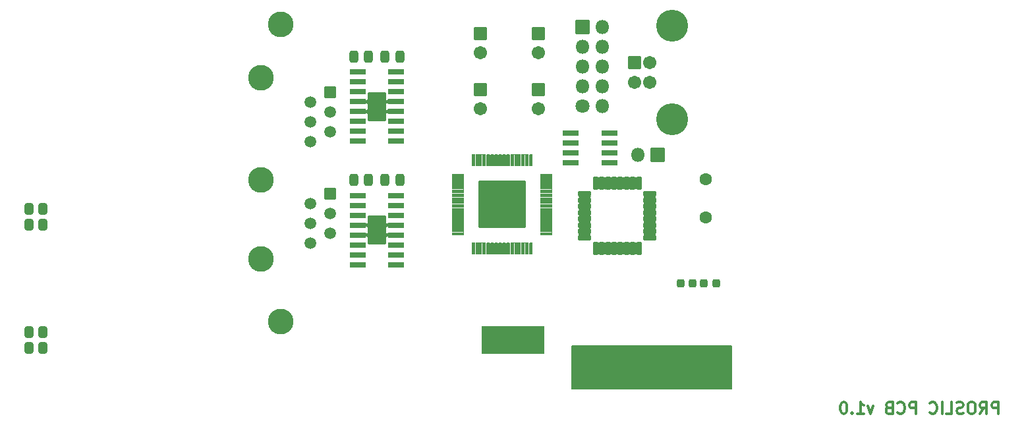
<source format=gts>
G04 #@! TF.GenerationSoftware,KiCad,Pcbnew,6.0.9+dfsg-1*
G04 #@! TF.CreationDate,2023-01-25T21:24:40+01:00*
G04 #@! TF.ProjectId,siproslic,73697072-6f73-46c6-9963-2e6b69636164,rev?*
G04 #@! TF.SameCoordinates,Original*
G04 #@! TF.FileFunction,Soldermask,Top*
G04 #@! TF.FilePolarity,Negative*
%FSLAX46Y46*%
G04 Gerber Fmt 4.6, Leading zero omitted, Abs format (unit mm)*
G04 Created by KiCad (PCBNEW 6.0.9+dfsg-1) date 2023-01-25 21:24:40*
%MOMM*%
%LPD*%
G01*
G04 APERTURE LIST*
G04 Aperture macros list*
%AMRoundRect*
0 Rectangle with rounded corners*
0 $1 Rounding radius*
0 $2 $3 $4 $5 $6 $7 $8 $9 X,Y pos of 4 corners*
0 Add a 4 corners polygon primitive as box body*
4,1,4,$2,$3,$4,$5,$6,$7,$8,$9,$2,$3,0*
0 Add four circle primitives for the rounded corners*
1,1,$1+$1,$2,$3*
1,1,$1+$1,$4,$5*
1,1,$1+$1,$6,$7*
1,1,$1+$1,$8,$9*
0 Add four rect primitives between the rounded corners*
20,1,$1+$1,$2,$3,$4,$5,0*
20,1,$1+$1,$4,$5,$6,$7,0*
20,1,$1+$1,$6,$7,$8,$9,0*
20,1,$1+$1,$8,$9,$2,$3,0*%
G04 Aperture macros list end*
%ADD10C,0.300000*%
%ADD11C,0.200000*%
%ADD12C,3.302000*%
%ADD13RoundRect,0.269750X0.218750X0.256250X-0.218750X0.256250X-0.218750X-0.256250X0.218750X-0.256250X0*%
%ADD14RoundRect,0.269750X-0.218750X-0.256250X0.218750X-0.256250X0.218750X0.256250X-0.218750X0.256250X0*%
%ADD15RoundRect,0.051000X-0.850000X-0.850000X0.850000X-0.850000X0.850000X0.850000X-0.850000X0.850000X0*%
%ADD16O,1.802000X1.802000*%
%ADD17C,1.802000*%
%ADD18RoundRect,0.301000X-0.250000X-0.475000X0.250000X-0.475000X0.250000X0.475000X-0.250000X0.475000X0*%
%ADD19RoundRect,0.301000X-0.262500X-0.450000X0.262500X-0.450000X0.262500X0.450000X-0.262500X0.450000X0*%
%ADD20C,1.702000*%
%ADD21RoundRect,0.051000X-0.800000X0.800000X-0.800000X-0.800000X0.800000X-0.800000X0.800000X0.800000X0*%
%ADD22RoundRect,0.062200X-2.988800X-2.988800X2.988800X-2.988800X2.988800X2.988800X-2.988800X2.988800X0*%
%ADD23RoundRect,0.062200X0.128800X-0.723800X0.128800X0.723800X-0.128800X0.723800X-0.128800X-0.723800X0*%
%ADD24RoundRect,0.062200X-0.723800X-0.128800X0.723800X-0.128800X0.723800X0.128800X-0.723800X0.128800X0*%
%ADD25RoundRect,0.088800X0.232200X-0.742200X0.232200X0.742200X-0.232200X0.742200X-0.232200X-0.742200X0*%
%ADD26RoundRect,0.088800X-0.742200X-0.232200X0.742200X-0.232200X0.742200X0.232200X-0.742200X0.232200X0*%
%ADD27RoundRect,0.093000X-1.108000X-1.758000X1.108000X-1.758000X1.108000X1.758000X-1.108000X1.758000X0*%
%ADD28RoundRect,0.093000X-0.943000X-0.258000X0.943000X-0.258000X0.943000X0.258000X-0.943000X0.258000X0*%
%ADD29RoundRect,0.051000X-0.704000X0.704000X-0.704000X-0.704000X0.704000X-0.704000X0.704000X0.704000X0*%
%ADD30C,1.510000*%
%ADD31C,1.602000*%
%ADD32RoundRect,0.051000X0.800000X-0.800000X0.800000X0.800000X-0.800000X0.800000X-0.800000X-0.800000X0*%
%ADD33C,4.102000*%
%ADD34RoundRect,0.051000X0.850000X0.850000X-0.850000X0.850000X-0.850000X-0.850000X0.850000X-0.850000X0*%
G04 APERTURE END LIST*
D10*
X164182142Y-197353571D02*
X164182142Y-195853571D01*
X163610714Y-195853571D01*
X163467857Y-195925000D01*
X163396428Y-195996428D01*
X163325000Y-196139285D01*
X163325000Y-196353571D01*
X163396428Y-196496428D01*
X163467857Y-196567857D01*
X163610714Y-196639285D01*
X164182142Y-196639285D01*
X161825000Y-197353571D02*
X162325000Y-196639285D01*
X162682142Y-197353571D02*
X162682142Y-195853571D01*
X162110714Y-195853571D01*
X161967857Y-195925000D01*
X161896428Y-195996428D01*
X161825000Y-196139285D01*
X161825000Y-196353571D01*
X161896428Y-196496428D01*
X161967857Y-196567857D01*
X162110714Y-196639285D01*
X162682142Y-196639285D01*
X160896428Y-195853571D02*
X160610714Y-195853571D01*
X160467857Y-195925000D01*
X160325000Y-196067857D01*
X160253571Y-196353571D01*
X160253571Y-196853571D01*
X160325000Y-197139285D01*
X160467857Y-197282142D01*
X160610714Y-197353571D01*
X160896428Y-197353571D01*
X161039285Y-197282142D01*
X161182142Y-197139285D01*
X161253571Y-196853571D01*
X161253571Y-196353571D01*
X161182142Y-196067857D01*
X161039285Y-195925000D01*
X160896428Y-195853571D01*
X159682142Y-197282142D02*
X159467857Y-197353571D01*
X159110714Y-197353571D01*
X158967857Y-197282142D01*
X158896428Y-197210714D01*
X158825000Y-197067857D01*
X158825000Y-196925000D01*
X158896428Y-196782142D01*
X158967857Y-196710714D01*
X159110714Y-196639285D01*
X159396428Y-196567857D01*
X159539285Y-196496428D01*
X159610714Y-196425000D01*
X159682142Y-196282142D01*
X159682142Y-196139285D01*
X159610714Y-195996428D01*
X159539285Y-195925000D01*
X159396428Y-195853571D01*
X159039285Y-195853571D01*
X158825000Y-195925000D01*
X157467857Y-197353571D02*
X158182142Y-197353571D01*
X158182142Y-195853571D01*
X156967857Y-197353571D02*
X156967857Y-195853571D01*
X155396428Y-197210714D02*
X155467857Y-197282142D01*
X155682142Y-197353571D01*
X155825000Y-197353571D01*
X156039285Y-197282142D01*
X156182142Y-197139285D01*
X156253571Y-196996428D01*
X156325000Y-196710714D01*
X156325000Y-196496428D01*
X156253571Y-196210714D01*
X156182142Y-196067857D01*
X156039285Y-195925000D01*
X155825000Y-195853571D01*
X155682142Y-195853571D01*
X155467857Y-195925000D01*
X155396428Y-195996428D01*
X153610714Y-197353571D02*
X153610714Y-195853571D01*
X153039285Y-195853571D01*
X152896428Y-195925000D01*
X152825000Y-195996428D01*
X152753571Y-196139285D01*
X152753571Y-196353571D01*
X152825000Y-196496428D01*
X152896428Y-196567857D01*
X153039285Y-196639285D01*
X153610714Y-196639285D01*
X151253571Y-197210714D02*
X151325000Y-197282142D01*
X151539285Y-197353571D01*
X151682142Y-197353571D01*
X151896428Y-197282142D01*
X152039285Y-197139285D01*
X152110714Y-196996428D01*
X152182142Y-196710714D01*
X152182142Y-196496428D01*
X152110714Y-196210714D01*
X152039285Y-196067857D01*
X151896428Y-195925000D01*
X151682142Y-195853571D01*
X151539285Y-195853571D01*
X151325000Y-195925000D01*
X151253571Y-195996428D01*
X150110714Y-196567857D02*
X149896428Y-196639285D01*
X149825000Y-196710714D01*
X149753571Y-196853571D01*
X149753571Y-197067857D01*
X149825000Y-197210714D01*
X149896428Y-197282142D01*
X150039285Y-197353571D01*
X150610714Y-197353571D01*
X150610714Y-195853571D01*
X150110714Y-195853571D01*
X149967857Y-195925000D01*
X149896428Y-195996428D01*
X149825000Y-196139285D01*
X149825000Y-196282142D01*
X149896428Y-196425000D01*
X149967857Y-196496428D01*
X150110714Y-196567857D01*
X150610714Y-196567857D01*
X148110714Y-196353571D02*
X147753571Y-197353571D01*
X147396428Y-196353571D01*
X146039285Y-197353571D02*
X146896428Y-197353571D01*
X146467857Y-197353571D02*
X146467857Y-195853571D01*
X146610714Y-196067857D01*
X146753571Y-196210714D01*
X146896428Y-196282142D01*
X145396428Y-197210714D02*
X145325000Y-197282142D01*
X145396428Y-197353571D01*
X145467857Y-197282142D01*
X145396428Y-197210714D01*
X145396428Y-197353571D01*
X144396428Y-195853571D02*
X144253571Y-195853571D01*
X144110714Y-195925000D01*
X144039285Y-195996428D01*
X143967857Y-196139285D01*
X143896428Y-196425000D01*
X143896428Y-196782142D01*
X143967857Y-197067857D01*
X144039285Y-197210714D01*
X144110714Y-197282142D01*
X144253571Y-197353571D01*
X144396428Y-197353571D01*
X144539285Y-197282142D01*
X144610714Y-197210714D01*
X144682142Y-197067857D01*
X144753571Y-196782142D01*
X144753571Y-196425000D01*
X144682142Y-196139285D01*
X144610714Y-195996428D01*
X144539285Y-195925000D01*
X144396428Y-195853571D01*
G36*
X129875000Y-194125000D02*
G01*
X109375000Y-194125000D01*
X109375000Y-188625000D01*
X129875000Y-188625000D01*
X129875000Y-194125000D01*
G37*
D11*
X129875000Y-194125000D02*
X109375000Y-194125000D01*
X109375000Y-188625000D01*
X129875000Y-188625000D01*
X129875000Y-194125000D01*
G36*
X105825000Y-189625000D02*
G01*
X97825000Y-189625000D01*
X97825000Y-186125000D01*
X105825000Y-186125000D01*
X105825000Y-189625000D01*
G37*
D10*
X164182142Y-197353571D02*
X164182142Y-195853571D01*
X163610714Y-195853571D01*
X163467857Y-195925000D01*
X163396428Y-195996428D01*
X163325000Y-196139285D01*
X163325000Y-196353571D01*
X163396428Y-196496428D01*
X163467857Y-196567857D01*
X163610714Y-196639285D01*
X164182142Y-196639285D01*
X161825000Y-197353571D02*
X162325000Y-196639285D01*
X162682142Y-197353571D02*
X162682142Y-195853571D01*
X162110714Y-195853571D01*
X161967857Y-195925000D01*
X161896428Y-195996428D01*
X161825000Y-196139285D01*
X161825000Y-196353571D01*
X161896428Y-196496428D01*
X161967857Y-196567857D01*
X162110714Y-196639285D01*
X162682142Y-196639285D01*
X160896428Y-195853571D02*
X160610714Y-195853571D01*
X160467857Y-195925000D01*
X160325000Y-196067857D01*
X160253571Y-196353571D01*
X160253571Y-196853571D01*
X160325000Y-197139285D01*
X160467857Y-197282142D01*
X160610714Y-197353571D01*
X160896428Y-197353571D01*
X161039285Y-197282142D01*
X161182142Y-197139285D01*
X161253571Y-196853571D01*
X161253571Y-196353571D01*
X161182142Y-196067857D01*
X161039285Y-195925000D01*
X160896428Y-195853571D01*
X159682142Y-197282142D02*
X159467857Y-197353571D01*
X159110714Y-197353571D01*
X158967857Y-197282142D01*
X158896428Y-197210714D01*
X158825000Y-197067857D01*
X158825000Y-196925000D01*
X158896428Y-196782142D01*
X158967857Y-196710714D01*
X159110714Y-196639285D01*
X159396428Y-196567857D01*
X159539285Y-196496428D01*
X159610714Y-196425000D01*
X159682142Y-196282142D01*
X159682142Y-196139285D01*
X159610714Y-195996428D01*
X159539285Y-195925000D01*
X159396428Y-195853571D01*
X159039285Y-195853571D01*
X158825000Y-195925000D01*
X157467857Y-197353571D02*
X158182142Y-197353571D01*
X158182142Y-195853571D01*
X156967857Y-197353571D02*
X156967857Y-195853571D01*
X155396428Y-197210714D02*
X155467857Y-197282142D01*
X155682142Y-197353571D01*
X155825000Y-197353571D01*
X156039285Y-197282142D01*
X156182142Y-197139285D01*
X156253571Y-196996428D01*
X156325000Y-196710714D01*
X156325000Y-196496428D01*
X156253571Y-196210714D01*
X156182142Y-196067857D01*
X156039285Y-195925000D01*
X155825000Y-195853571D01*
X155682142Y-195853571D01*
X155467857Y-195925000D01*
X155396428Y-195996428D01*
X153610714Y-197353571D02*
X153610714Y-195853571D01*
X153039285Y-195853571D01*
X152896428Y-195925000D01*
X152825000Y-195996428D01*
X152753571Y-196139285D01*
X152753571Y-196353571D01*
X152825000Y-196496428D01*
X152896428Y-196567857D01*
X153039285Y-196639285D01*
X153610714Y-196639285D01*
X151253571Y-197210714D02*
X151325000Y-197282142D01*
X151539285Y-197353571D01*
X151682142Y-197353571D01*
X151896428Y-197282142D01*
X152039285Y-197139285D01*
X152110714Y-196996428D01*
X152182142Y-196710714D01*
X152182142Y-196496428D01*
X152110714Y-196210714D01*
X152039285Y-196067857D01*
X151896428Y-195925000D01*
X151682142Y-195853571D01*
X151539285Y-195853571D01*
X151325000Y-195925000D01*
X151253571Y-195996428D01*
X150110714Y-196567857D02*
X149896428Y-196639285D01*
X149825000Y-196710714D01*
X149753571Y-196853571D01*
X149753571Y-197067857D01*
X149825000Y-197210714D01*
X149896428Y-197282142D01*
X150039285Y-197353571D01*
X150610714Y-197353571D01*
X150610714Y-195853571D01*
X150110714Y-195853571D01*
X149967857Y-195925000D01*
X149896428Y-195996428D01*
X149825000Y-196139285D01*
X149825000Y-196282142D01*
X149896428Y-196425000D01*
X149967857Y-196496428D01*
X150110714Y-196567857D01*
X150610714Y-196567857D01*
X148110714Y-196353571D02*
X147753571Y-197353571D01*
X147396428Y-196353571D01*
X146039285Y-197353571D02*
X146896428Y-197353571D01*
X146467857Y-197353571D02*
X146467857Y-195853571D01*
X146610714Y-196067857D01*
X146753571Y-196210714D01*
X146896428Y-196282142D01*
X145396428Y-197210714D02*
X145325000Y-197282142D01*
X145396428Y-197353571D01*
X145467857Y-197282142D01*
X145396428Y-197210714D01*
X145396428Y-197353571D01*
X144396428Y-195853571D02*
X144253571Y-195853571D01*
X144110714Y-195925000D01*
X144039285Y-195996428D01*
X143967857Y-196139285D01*
X143896428Y-196425000D01*
X143896428Y-196782142D01*
X143967857Y-197067857D01*
X144039285Y-197210714D01*
X144110714Y-197282142D01*
X144253571Y-197353571D01*
X144396428Y-197353571D01*
X144539285Y-197282142D01*
X144610714Y-197210714D01*
X144682142Y-197067857D01*
X144753571Y-196782142D01*
X144753571Y-196425000D01*
X144682142Y-196139285D01*
X144610714Y-195996428D01*
X144539285Y-195925000D01*
X144396428Y-195853571D01*
G36*
X129875000Y-194125000D02*
G01*
X109375000Y-194125000D01*
X109375000Y-188625000D01*
X129875000Y-188625000D01*
X129875000Y-194125000D01*
G37*
D11*
X129875000Y-194125000D02*
X109375000Y-194125000D01*
X109375000Y-188625000D01*
X129875000Y-188625000D01*
X129875000Y-194125000D01*
G36*
X105825000Y-189625000D02*
G01*
X97825000Y-189625000D01*
X97825000Y-186125000D01*
X105825000Y-186125000D01*
X105825000Y-189625000D01*
G37*
D12*
X71975000Y-147300000D03*
X71975000Y-185500000D03*
D13*
X124912500Y-180625000D03*
X123337500Y-180625000D03*
D14*
X126337500Y-180625000D03*
X127912500Y-180625000D03*
D15*
X110800000Y-147640000D03*
D16*
X113340000Y-147640000D03*
X110800000Y-150180000D03*
X113340000Y-150180000D03*
X110800000Y-152720000D03*
X113340000Y-152720000D03*
X110800000Y-155260000D03*
X113340000Y-155260000D03*
D17*
X110800000Y-157800000D03*
D16*
X113340000Y-157800000D03*
D18*
X87275000Y-151475000D03*
X85375000Y-151475000D03*
X83275000Y-151475000D03*
X81375000Y-151475000D03*
X85375000Y-167275000D03*
X87275000Y-167275000D03*
X81375000Y-167275000D03*
X83275000Y-167275000D03*
D19*
X39612500Y-173075000D03*
X41437500Y-173075000D03*
X39612500Y-171025000D03*
X41437500Y-171025000D03*
X39625000Y-188875000D03*
X41450000Y-188875000D03*
X39612500Y-186825000D03*
X41437500Y-186825000D03*
D20*
X97675000Y-158175000D03*
D21*
X97675000Y-155675000D03*
D20*
X97675000Y-150975000D03*
D21*
X97675000Y-148475000D03*
X105075000Y-148475000D03*
D20*
X105075000Y-150975000D03*
D21*
X105075000Y-155675000D03*
D20*
X105075000Y-158175000D03*
D22*
X100425000Y-170475000D03*
D23*
X96675000Y-164805000D03*
X97175000Y-164805000D03*
X97675000Y-164805000D03*
X98175000Y-164805000D03*
X98675000Y-164805000D03*
X99175000Y-164805000D03*
X99675000Y-164805000D03*
X100175000Y-164805000D03*
X100675000Y-164805000D03*
X101175000Y-164805000D03*
X101675000Y-164805000D03*
X102175000Y-164805000D03*
X102675000Y-164805000D03*
X103175000Y-164805000D03*
X103675000Y-164805000D03*
X104175000Y-164805000D03*
D24*
X106095000Y-166725000D03*
X106095000Y-167225000D03*
X106095000Y-167725000D03*
X106095000Y-168225000D03*
X106095000Y-168725000D03*
X106095000Y-169225000D03*
X106095000Y-169725000D03*
X106095000Y-170225000D03*
X106095000Y-170725000D03*
X106095000Y-171225000D03*
X106095000Y-171725000D03*
X106095000Y-172225000D03*
X106095000Y-172725000D03*
X106095000Y-173225000D03*
X106095000Y-173725000D03*
X106095000Y-174225000D03*
D23*
X104175000Y-176145000D03*
X103675000Y-176145000D03*
X103175000Y-176145000D03*
X102675000Y-176145000D03*
X102175000Y-176145000D03*
X101675000Y-176145000D03*
X101175000Y-176145000D03*
X100675000Y-176145000D03*
X100175000Y-176145000D03*
X99675000Y-176145000D03*
X99175000Y-176145000D03*
X98675000Y-176145000D03*
X98175000Y-176145000D03*
X97675000Y-176145000D03*
X97175000Y-176145000D03*
X96675000Y-176145000D03*
D24*
X94755000Y-174225000D03*
X94755000Y-173725000D03*
X94755000Y-173225000D03*
X94755000Y-172725000D03*
X94755000Y-172225000D03*
X94755000Y-171725000D03*
X94755000Y-171225000D03*
X94755000Y-170725000D03*
X94755000Y-170225000D03*
X94755000Y-169725000D03*
X94755000Y-169225000D03*
X94755000Y-168725000D03*
X94755000Y-168225000D03*
X94755000Y-167725000D03*
X94755000Y-167225000D03*
X94755000Y-166725000D03*
D25*
X112425000Y-167745000D03*
X113225000Y-167745000D03*
X114025000Y-167745000D03*
X114825000Y-167745000D03*
X115625000Y-167745000D03*
X116425000Y-167745000D03*
X117225000Y-167745000D03*
X118025000Y-167745000D03*
D26*
X119405000Y-169125000D03*
X119405000Y-169925000D03*
X119405000Y-170725000D03*
X119405000Y-171525000D03*
X119405000Y-172325000D03*
X119405000Y-173125000D03*
X119405000Y-173925000D03*
X119405000Y-174725000D03*
D25*
X118025000Y-176105000D03*
X117225000Y-176105000D03*
X116425000Y-176105000D03*
X115625000Y-176105000D03*
X114825000Y-176105000D03*
X114025000Y-176105000D03*
X113225000Y-176105000D03*
X112425000Y-176105000D03*
D26*
X111045000Y-174725000D03*
X111045000Y-173925000D03*
X111045000Y-173125000D03*
X111045000Y-172325000D03*
X111045000Y-171525000D03*
X111045000Y-170725000D03*
X111045000Y-169925000D03*
X111045000Y-169125000D03*
D27*
X84325000Y-157875000D03*
D28*
X86800000Y-153430000D03*
X86800000Y-154700000D03*
X86800000Y-155970000D03*
X86800000Y-157240000D03*
X86800000Y-158510000D03*
X86800000Y-159780000D03*
X86800000Y-161050000D03*
X86800000Y-162320000D03*
X81850000Y-162320000D03*
X81850000Y-161050000D03*
X81850000Y-159780000D03*
X81850000Y-158510000D03*
X81850000Y-157240000D03*
X81850000Y-155970000D03*
X81850000Y-154700000D03*
X81850000Y-153430000D03*
X81855000Y-169315000D03*
X81855000Y-170585000D03*
X81855000Y-171855000D03*
X81855000Y-173125000D03*
X81855000Y-174395000D03*
X81855000Y-175665000D03*
X81855000Y-176935000D03*
X81855000Y-178205000D03*
X86805000Y-178205000D03*
X86805000Y-176935000D03*
X86805000Y-175665000D03*
X86805000Y-174395000D03*
X86805000Y-173125000D03*
X86805000Y-171855000D03*
X86805000Y-170585000D03*
X86805000Y-169315000D03*
D27*
X84330000Y-173760000D03*
D28*
X114195000Y-161320000D03*
X114195000Y-162590000D03*
X114195000Y-163860000D03*
X114195000Y-165130000D03*
X109255000Y-165130000D03*
X109255000Y-163860000D03*
X109255000Y-162590000D03*
X109255000Y-161320000D03*
D12*
X69425000Y-154145000D03*
X69425000Y-167285000D03*
X69425000Y-177445000D03*
D29*
X78315000Y-156050000D03*
X78315000Y-169050000D03*
D30*
X75775000Y-170320000D03*
X75775000Y-157320000D03*
X78315000Y-158590000D03*
X78315000Y-171590000D03*
X75775000Y-159860000D03*
X75775000Y-172860000D03*
X78315000Y-174130000D03*
X78315000Y-161130000D03*
X75775000Y-162400000D03*
X75775000Y-175400000D03*
D31*
X126625000Y-172125000D03*
X126625000Y-167245000D03*
D32*
X117437500Y-152275000D03*
D20*
X117437500Y-154775000D03*
X119437500Y-154775000D03*
X119437500Y-152275000D03*
D33*
X122297500Y-147525000D03*
X122297500Y-159525000D03*
D34*
X120450000Y-164075000D03*
D16*
X117910000Y-164075000D03*
G36*
X100352379Y-175380773D02*
G01*
X100356425Y-175383476D01*
X100422789Y-175404256D01*
X100493588Y-175383467D01*
X100497621Y-175380773D01*
X100499617Y-175380642D01*
X100500728Y-175382305D01*
X100500395Y-175383547D01*
X100490620Y-175398176D01*
X100486000Y-175421399D01*
X100486000Y-176868601D01*
X100490620Y-176891824D01*
X100500395Y-176906453D01*
X100500526Y-176908449D01*
X100498863Y-176909560D01*
X100497621Y-176909227D01*
X100493575Y-176906524D01*
X100427211Y-176885744D01*
X100356412Y-176906533D01*
X100352379Y-176909227D01*
X100350383Y-176909358D01*
X100349272Y-176907695D01*
X100349605Y-176906453D01*
X100359380Y-176891824D01*
X100364000Y-176868601D01*
X100364000Y-175421399D01*
X100359380Y-175398176D01*
X100349605Y-175383547D01*
X100349474Y-175381551D01*
X100351137Y-175380440D01*
X100352379Y-175380773D01*
G37*
G36*
X96852379Y-175380773D02*
G01*
X96856425Y-175383476D01*
X96922789Y-175404256D01*
X96993588Y-175383467D01*
X96997621Y-175380773D01*
X96999617Y-175380642D01*
X97000728Y-175382305D01*
X97000395Y-175383547D01*
X96990620Y-175398176D01*
X96986000Y-175421399D01*
X96986000Y-176868601D01*
X96990620Y-176891824D01*
X97000395Y-176906453D01*
X97000526Y-176908449D01*
X96998863Y-176909560D01*
X96997621Y-176909227D01*
X96993575Y-176906524D01*
X96927211Y-176885744D01*
X96856412Y-176906533D01*
X96852379Y-176909227D01*
X96850383Y-176909358D01*
X96849272Y-176907695D01*
X96849605Y-176906453D01*
X96859380Y-176891824D01*
X96864000Y-176868601D01*
X96864000Y-175421399D01*
X96859380Y-175398176D01*
X96849605Y-175383547D01*
X96849474Y-175381551D01*
X96851137Y-175380440D01*
X96852379Y-175380773D01*
G37*
G36*
X103352379Y-175380773D02*
G01*
X103356425Y-175383476D01*
X103422789Y-175404256D01*
X103493588Y-175383467D01*
X103497621Y-175380773D01*
X103499617Y-175380642D01*
X103500728Y-175382305D01*
X103500395Y-175383547D01*
X103490620Y-175398176D01*
X103486000Y-175421399D01*
X103486000Y-176868601D01*
X103490620Y-176891824D01*
X103500395Y-176906453D01*
X103500526Y-176908449D01*
X103498863Y-176909560D01*
X103497621Y-176909227D01*
X103493575Y-176906524D01*
X103427211Y-176885744D01*
X103356412Y-176906533D01*
X103352379Y-176909227D01*
X103350383Y-176909358D01*
X103349272Y-176907695D01*
X103349605Y-176906453D01*
X103359380Y-176891824D01*
X103364000Y-176868601D01*
X103364000Y-175421399D01*
X103359380Y-175398176D01*
X103349605Y-175383547D01*
X103349474Y-175381551D01*
X103351137Y-175380440D01*
X103352379Y-175380773D01*
G37*
G36*
X97352379Y-175380773D02*
G01*
X97356425Y-175383476D01*
X97422789Y-175404256D01*
X97493588Y-175383467D01*
X97497621Y-175380773D01*
X97499617Y-175380642D01*
X97500728Y-175382305D01*
X97500395Y-175383547D01*
X97490620Y-175398176D01*
X97486000Y-175421399D01*
X97486000Y-176868601D01*
X97490620Y-176891824D01*
X97500395Y-176906453D01*
X97500526Y-176908449D01*
X97498863Y-176909560D01*
X97497621Y-176909227D01*
X97493575Y-176906524D01*
X97427211Y-176885744D01*
X97356412Y-176906533D01*
X97352379Y-176909227D01*
X97350383Y-176909358D01*
X97349272Y-176907695D01*
X97349605Y-176906453D01*
X97359380Y-176891824D01*
X97364000Y-176868601D01*
X97364000Y-175421399D01*
X97359380Y-175398176D01*
X97349605Y-175383547D01*
X97349474Y-175381551D01*
X97351137Y-175380440D01*
X97352379Y-175380773D01*
G37*
G36*
X99852379Y-175380773D02*
G01*
X99856425Y-175383476D01*
X99922789Y-175404256D01*
X99993588Y-175383467D01*
X99997621Y-175380773D01*
X99999617Y-175380642D01*
X100000728Y-175382305D01*
X100000395Y-175383547D01*
X99990620Y-175398176D01*
X99986000Y-175421399D01*
X99986000Y-176868601D01*
X99990620Y-176891824D01*
X100000395Y-176906453D01*
X100000526Y-176908449D01*
X99998863Y-176909560D01*
X99997621Y-176909227D01*
X99993575Y-176906524D01*
X99927211Y-176885744D01*
X99856412Y-176906533D01*
X99852379Y-176909227D01*
X99850383Y-176909358D01*
X99849272Y-176907695D01*
X99849605Y-176906453D01*
X99859380Y-176891824D01*
X99864000Y-176868601D01*
X99864000Y-175421399D01*
X99859380Y-175398176D01*
X99849605Y-175383547D01*
X99849474Y-175381551D01*
X99851137Y-175380440D01*
X99852379Y-175380773D01*
G37*
G36*
X102352379Y-175380773D02*
G01*
X102356425Y-175383476D01*
X102422789Y-175404256D01*
X102493588Y-175383467D01*
X102497621Y-175380773D01*
X102499617Y-175380642D01*
X102500728Y-175382305D01*
X102500395Y-175383547D01*
X102490620Y-175398176D01*
X102486000Y-175421399D01*
X102486000Y-176868601D01*
X102490620Y-176891824D01*
X102500395Y-176906453D01*
X102500526Y-176908449D01*
X102498863Y-176909560D01*
X102497621Y-176909227D01*
X102493575Y-176906524D01*
X102427211Y-176885744D01*
X102356412Y-176906533D01*
X102352379Y-176909227D01*
X102350383Y-176909358D01*
X102349272Y-176907695D01*
X102349605Y-176906453D01*
X102359380Y-176891824D01*
X102364000Y-176868601D01*
X102364000Y-175421399D01*
X102359380Y-175398176D01*
X102349605Y-175383547D01*
X102349474Y-175381551D01*
X102351137Y-175380440D01*
X102352379Y-175380773D01*
G37*
G36*
X97852379Y-175380773D02*
G01*
X97856425Y-175383476D01*
X97922789Y-175404256D01*
X97993588Y-175383467D01*
X97997621Y-175380773D01*
X97999617Y-175380642D01*
X98000728Y-175382305D01*
X98000395Y-175383547D01*
X97990620Y-175398176D01*
X97986000Y-175421399D01*
X97986000Y-176868601D01*
X97990620Y-176891824D01*
X98000395Y-176906453D01*
X98000526Y-176908449D01*
X97998863Y-176909560D01*
X97997621Y-176909227D01*
X97993575Y-176906524D01*
X97927211Y-176885744D01*
X97856412Y-176906533D01*
X97852379Y-176909227D01*
X97850383Y-176909358D01*
X97849272Y-176907695D01*
X97849605Y-176906453D01*
X97859380Y-176891824D01*
X97864000Y-176868601D01*
X97864000Y-175421399D01*
X97859380Y-175398176D01*
X97849605Y-175383547D01*
X97849474Y-175381551D01*
X97851137Y-175380440D01*
X97852379Y-175380773D01*
G37*
G36*
X99352379Y-175380773D02*
G01*
X99356425Y-175383476D01*
X99422789Y-175404256D01*
X99493588Y-175383467D01*
X99497621Y-175380773D01*
X99499617Y-175380642D01*
X99500728Y-175382305D01*
X99500395Y-175383547D01*
X99490620Y-175398176D01*
X99486000Y-175421399D01*
X99486000Y-176868601D01*
X99490620Y-176891824D01*
X99500395Y-176906453D01*
X99500526Y-176908449D01*
X99498863Y-176909560D01*
X99497621Y-176909227D01*
X99493575Y-176906524D01*
X99427211Y-176885744D01*
X99356412Y-176906533D01*
X99352379Y-176909227D01*
X99350383Y-176909358D01*
X99349272Y-176907695D01*
X99349605Y-176906453D01*
X99359380Y-176891824D01*
X99364000Y-176868601D01*
X99364000Y-175421399D01*
X99359380Y-175398176D01*
X99349605Y-175383547D01*
X99349474Y-175381551D01*
X99351137Y-175380440D01*
X99352379Y-175380773D01*
G37*
G36*
X101852379Y-175380773D02*
G01*
X101856425Y-175383476D01*
X101922789Y-175404256D01*
X101993588Y-175383467D01*
X101997621Y-175380773D01*
X101999617Y-175380642D01*
X102000728Y-175382305D01*
X102000395Y-175383547D01*
X101990620Y-175398176D01*
X101986000Y-175421399D01*
X101986000Y-176868601D01*
X101990620Y-176891824D01*
X102000395Y-176906453D01*
X102000526Y-176908449D01*
X101998863Y-176909560D01*
X101997621Y-176909227D01*
X101993575Y-176906524D01*
X101927211Y-176885744D01*
X101856412Y-176906533D01*
X101852379Y-176909227D01*
X101850383Y-176909358D01*
X101849272Y-176907695D01*
X101849605Y-176906453D01*
X101859380Y-176891824D01*
X101864000Y-176868601D01*
X101864000Y-175421399D01*
X101859380Y-175398176D01*
X101849605Y-175383547D01*
X101849474Y-175381551D01*
X101851137Y-175380440D01*
X101852379Y-175380773D01*
G37*
G36*
X103852379Y-175380773D02*
G01*
X103856425Y-175383476D01*
X103922789Y-175404256D01*
X103993588Y-175383467D01*
X103997621Y-175380773D01*
X103999617Y-175380642D01*
X104000728Y-175382305D01*
X104000395Y-175383547D01*
X103990620Y-175398176D01*
X103986000Y-175421399D01*
X103986000Y-176868601D01*
X103990620Y-176891824D01*
X104000395Y-176906453D01*
X104000526Y-176908449D01*
X103998863Y-176909560D01*
X103997621Y-176909227D01*
X103993575Y-176906524D01*
X103927211Y-176885744D01*
X103856412Y-176906533D01*
X103852379Y-176909227D01*
X103850383Y-176909358D01*
X103849272Y-176907695D01*
X103849605Y-176906453D01*
X103859380Y-176891824D01*
X103864000Y-176868601D01*
X103864000Y-175421399D01*
X103859380Y-175398176D01*
X103849605Y-175383547D01*
X103849474Y-175381551D01*
X103851137Y-175380440D01*
X103852379Y-175380773D01*
G37*
G36*
X98352379Y-175380773D02*
G01*
X98356425Y-175383476D01*
X98422789Y-175404256D01*
X98493588Y-175383467D01*
X98497621Y-175380773D01*
X98499617Y-175380642D01*
X98500728Y-175382305D01*
X98500395Y-175383547D01*
X98490620Y-175398176D01*
X98486000Y-175421399D01*
X98486000Y-176868601D01*
X98490620Y-176891824D01*
X98500395Y-176906453D01*
X98500526Y-176908449D01*
X98498863Y-176909560D01*
X98497621Y-176909227D01*
X98493575Y-176906524D01*
X98427211Y-176885744D01*
X98356412Y-176906533D01*
X98352379Y-176909227D01*
X98350383Y-176909358D01*
X98349272Y-176907695D01*
X98349605Y-176906453D01*
X98359380Y-176891824D01*
X98364000Y-176868601D01*
X98364000Y-175421399D01*
X98359380Y-175398176D01*
X98349605Y-175383547D01*
X98349474Y-175381551D01*
X98351137Y-175380440D01*
X98352379Y-175380773D01*
G37*
G36*
X101352379Y-175380773D02*
G01*
X101356425Y-175383476D01*
X101422789Y-175404256D01*
X101493588Y-175383467D01*
X101497621Y-175380773D01*
X101499617Y-175380642D01*
X101500728Y-175382305D01*
X101500395Y-175383547D01*
X101490620Y-175398176D01*
X101486000Y-175421399D01*
X101486000Y-176868601D01*
X101490620Y-176891824D01*
X101500395Y-176906453D01*
X101500526Y-176908449D01*
X101498863Y-176909560D01*
X101497621Y-176909227D01*
X101493575Y-176906524D01*
X101427211Y-176885744D01*
X101356412Y-176906533D01*
X101352379Y-176909227D01*
X101350383Y-176909358D01*
X101349272Y-176907695D01*
X101349605Y-176906453D01*
X101359380Y-176891824D01*
X101364000Y-176868601D01*
X101364000Y-175421399D01*
X101359380Y-175398176D01*
X101349605Y-175383547D01*
X101349474Y-175381551D01*
X101351137Y-175380440D01*
X101352379Y-175380773D01*
G37*
G36*
X100852379Y-175380773D02*
G01*
X100856425Y-175383476D01*
X100922789Y-175404256D01*
X100993588Y-175383467D01*
X100997621Y-175380773D01*
X100999617Y-175380642D01*
X101000728Y-175382305D01*
X101000395Y-175383547D01*
X100990620Y-175398176D01*
X100986000Y-175421399D01*
X100986000Y-176868601D01*
X100990620Y-176891824D01*
X101000395Y-176906453D01*
X101000526Y-176908449D01*
X100998863Y-176909560D01*
X100997621Y-176909227D01*
X100993575Y-176906524D01*
X100927211Y-176885744D01*
X100856412Y-176906533D01*
X100852379Y-176909227D01*
X100850383Y-176909358D01*
X100849272Y-176907695D01*
X100849605Y-176906453D01*
X100859380Y-176891824D01*
X100864000Y-176868601D01*
X100864000Y-175421399D01*
X100859380Y-175398176D01*
X100849605Y-175383547D01*
X100849474Y-175381551D01*
X100851137Y-175380440D01*
X100852379Y-175380773D01*
G37*
G36*
X102852379Y-175380773D02*
G01*
X102856425Y-175383476D01*
X102922789Y-175404256D01*
X102993588Y-175383467D01*
X102997621Y-175380773D01*
X102999617Y-175380642D01*
X103000728Y-175382305D01*
X103000395Y-175383547D01*
X102990620Y-175398176D01*
X102986000Y-175421399D01*
X102986000Y-176868601D01*
X102990620Y-176891824D01*
X103000395Y-176906453D01*
X103000526Y-176908449D01*
X102998863Y-176909560D01*
X102997621Y-176909227D01*
X102993575Y-176906524D01*
X102927211Y-176885744D01*
X102856412Y-176906533D01*
X102852379Y-176909227D01*
X102850383Y-176909358D01*
X102849272Y-176907695D01*
X102849605Y-176906453D01*
X102859380Y-176891824D01*
X102864000Y-176868601D01*
X102864000Y-175421399D01*
X102859380Y-175398176D01*
X102849605Y-175383547D01*
X102849474Y-175381551D01*
X102851137Y-175380440D01*
X102852379Y-175380773D01*
G37*
G36*
X98852379Y-175380773D02*
G01*
X98856425Y-175383476D01*
X98922789Y-175404256D01*
X98993588Y-175383467D01*
X98997621Y-175380773D01*
X98999617Y-175380642D01*
X99000728Y-175382305D01*
X99000395Y-175383547D01*
X98990620Y-175398176D01*
X98986000Y-175421399D01*
X98986000Y-176868601D01*
X98990620Y-176891824D01*
X99000395Y-176906453D01*
X99000526Y-176908449D01*
X98998863Y-176909560D01*
X98997621Y-176909227D01*
X98993575Y-176906524D01*
X98927211Y-176885744D01*
X98856412Y-176906533D01*
X98852379Y-176909227D01*
X98850383Y-176909358D01*
X98849272Y-176907695D01*
X98849605Y-176906453D01*
X98859380Y-176891824D01*
X98864000Y-176868601D01*
X98864000Y-175421399D01*
X98859380Y-175398176D01*
X98849605Y-175383547D01*
X98849474Y-175381551D01*
X98851137Y-175380440D01*
X98852379Y-175380773D01*
G37*
G36*
X113528891Y-175309874D02*
G01*
X113575945Y-175349197D01*
X113644661Y-175357828D01*
X113707291Y-175327864D01*
X113714802Y-175319196D01*
X113716692Y-175318542D01*
X113718203Y-175319852D01*
X113717976Y-175321617D01*
X113712644Y-175329597D01*
X113706000Y-175362999D01*
X113706000Y-176847001D01*
X113712644Y-176880403D01*
X113724055Y-176897480D01*
X113724186Y-176899476D01*
X113722523Y-176900587D01*
X113721109Y-176900126D01*
X113674055Y-176860803D01*
X113605339Y-176852172D01*
X113542709Y-176882136D01*
X113535198Y-176890804D01*
X113533308Y-176891458D01*
X113531797Y-176890148D01*
X113532024Y-176888383D01*
X113537356Y-176880403D01*
X113544000Y-176847001D01*
X113544000Y-175362999D01*
X113537356Y-175329597D01*
X113525945Y-175312520D01*
X113525814Y-175310524D01*
X113527477Y-175309413D01*
X113528891Y-175309874D01*
G37*
G36*
X115128891Y-175309874D02*
G01*
X115175945Y-175349197D01*
X115244661Y-175357828D01*
X115307291Y-175327864D01*
X115314802Y-175319196D01*
X115316692Y-175318542D01*
X115318203Y-175319852D01*
X115317976Y-175321617D01*
X115312644Y-175329597D01*
X115306000Y-175362999D01*
X115306000Y-176847001D01*
X115312644Y-176880403D01*
X115324055Y-176897480D01*
X115324186Y-176899476D01*
X115322523Y-176900587D01*
X115321109Y-176900126D01*
X115274055Y-176860803D01*
X115205339Y-176852172D01*
X115142709Y-176882136D01*
X115135198Y-176890804D01*
X115133308Y-176891458D01*
X115131797Y-176890148D01*
X115132024Y-176888383D01*
X115137356Y-176880403D01*
X115144000Y-176847001D01*
X115144000Y-175362999D01*
X115137356Y-175329597D01*
X115125945Y-175312520D01*
X115125814Y-175310524D01*
X115127477Y-175309413D01*
X115128891Y-175309874D01*
G37*
G36*
X116728891Y-175309874D02*
G01*
X116775945Y-175349197D01*
X116844661Y-175357828D01*
X116907291Y-175327864D01*
X116914802Y-175319196D01*
X116916692Y-175318542D01*
X116918203Y-175319852D01*
X116917976Y-175321617D01*
X116912644Y-175329597D01*
X116906000Y-175362999D01*
X116906000Y-176847001D01*
X116912644Y-176880403D01*
X116924055Y-176897480D01*
X116924186Y-176899476D01*
X116922523Y-176900587D01*
X116921109Y-176900126D01*
X116874055Y-176860803D01*
X116805339Y-176852172D01*
X116742709Y-176882136D01*
X116735198Y-176890804D01*
X116733308Y-176891458D01*
X116731797Y-176890148D01*
X116732024Y-176888383D01*
X116737356Y-176880403D01*
X116744000Y-176847001D01*
X116744000Y-175362999D01*
X116737356Y-175329597D01*
X116725945Y-175312520D01*
X116725814Y-175310524D01*
X116727477Y-175309413D01*
X116728891Y-175309874D01*
G37*
G36*
X115928891Y-175309874D02*
G01*
X115975945Y-175349197D01*
X116044661Y-175357828D01*
X116107291Y-175327864D01*
X116114802Y-175319196D01*
X116116692Y-175318542D01*
X116118203Y-175319852D01*
X116117976Y-175321617D01*
X116112644Y-175329597D01*
X116106000Y-175362999D01*
X116106000Y-176847001D01*
X116112644Y-176880403D01*
X116124055Y-176897480D01*
X116124186Y-176899476D01*
X116122523Y-176900587D01*
X116121109Y-176900126D01*
X116074055Y-176860803D01*
X116005339Y-176852172D01*
X115942709Y-176882136D01*
X115935198Y-176890804D01*
X115933308Y-176891458D01*
X115931797Y-176890148D01*
X115932024Y-176888383D01*
X115937356Y-176880403D01*
X115944000Y-176847001D01*
X115944000Y-175362999D01*
X115937356Y-175329597D01*
X115925945Y-175312520D01*
X115925814Y-175310524D01*
X115927477Y-175309413D01*
X115928891Y-175309874D01*
G37*
G36*
X114328891Y-175309874D02*
G01*
X114375945Y-175349197D01*
X114444661Y-175357828D01*
X114507291Y-175327864D01*
X114514802Y-175319196D01*
X114516692Y-175318542D01*
X114518203Y-175319852D01*
X114517976Y-175321617D01*
X114512644Y-175329597D01*
X114506000Y-175362999D01*
X114506000Y-176847001D01*
X114512644Y-176880403D01*
X114524055Y-176897480D01*
X114524186Y-176899476D01*
X114522523Y-176900587D01*
X114521109Y-176900126D01*
X114474055Y-176860803D01*
X114405339Y-176852172D01*
X114342709Y-176882136D01*
X114335198Y-176890804D01*
X114333308Y-176891458D01*
X114331797Y-176890148D01*
X114332024Y-176888383D01*
X114337356Y-176880403D01*
X114344000Y-176847001D01*
X114344000Y-175362999D01*
X114337356Y-175329597D01*
X114325945Y-175312520D01*
X114325814Y-175310524D01*
X114327477Y-175309413D01*
X114328891Y-175309874D01*
G37*
G36*
X117528891Y-175309874D02*
G01*
X117575945Y-175349197D01*
X117644661Y-175357828D01*
X117707291Y-175327864D01*
X117714802Y-175319196D01*
X117716692Y-175318542D01*
X117718203Y-175319852D01*
X117717976Y-175321617D01*
X117712644Y-175329597D01*
X117706000Y-175362999D01*
X117706000Y-176847001D01*
X117712644Y-176880403D01*
X117724055Y-176897480D01*
X117724186Y-176899476D01*
X117722523Y-176900587D01*
X117721109Y-176900126D01*
X117674055Y-176860803D01*
X117605339Y-176852172D01*
X117542709Y-176882136D01*
X117535198Y-176890804D01*
X117533308Y-176891458D01*
X117531797Y-176890148D01*
X117532024Y-176888383D01*
X117537356Y-176880403D01*
X117544000Y-176847001D01*
X117544000Y-175362999D01*
X117537356Y-175329597D01*
X117525945Y-175312520D01*
X117525814Y-175310524D01*
X117527477Y-175309413D01*
X117528891Y-175309874D01*
G37*
G36*
X112728891Y-175309874D02*
G01*
X112775945Y-175349197D01*
X112844661Y-175357828D01*
X112907291Y-175327864D01*
X112914802Y-175319196D01*
X112916692Y-175318542D01*
X112918203Y-175319852D01*
X112917976Y-175321617D01*
X112912644Y-175329597D01*
X112906000Y-175362999D01*
X112906000Y-176847001D01*
X112912644Y-176880403D01*
X112924055Y-176897480D01*
X112924186Y-176899476D01*
X112922523Y-176900587D01*
X112921109Y-176900126D01*
X112874055Y-176860803D01*
X112805339Y-176852172D01*
X112742709Y-176882136D01*
X112735198Y-176890804D01*
X112733308Y-176891458D01*
X112731797Y-176890148D01*
X112732024Y-176888383D01*
X112737356Y-176880403D01*
X112744000Y-176847001D01*
X112744000Y-175362999D01*
X112737356Y-175329597D01*
X112725945Y-175312520D01*
X112725814Y-175310524D01*
X112727477Y-175309413D01*
X112728891Y-175309874D01*
G37*
G36*
X85532919Y-174076120D02*
G01*
X85552596Y-174143135D01*
X85604939Y-174188490D01*
X85673492Y-174198347D01*
X85736490Y-174169576D01*
X85771439Y-174115195D01*
X85773217Y-174114278D01*
X85774900Y-174115360D01*
X85775084Y-174116666D01*
X85771000Y-174137199D01*
X85771000Y-174652801D01*
X85776606Y-174680986D01*
X85775963Y-174682880D01*
X85774001Y-174683270D01*
X85772872Y-174682303D01*
X85744453Y-174627971D01*
X85684269Y-174593696D01*
X85615111Y-174597402D01*
X85558933Y-174637909D01*
X85533481Y-174702593D01*
X85532998Y-174713404D01*
X85531922Y-174715090D01*
X85529924Y-174715001D01*
X85529000Y-174713315D01*
X85529000Y-174076683D01*
X85530000Y-174074951D01*
X85532000Y-174074951D01*
X85532919Y-174076120D01*
G37*
G36*
X83130076Y-174075022D02*
G01*
X83131000Y-174076708D01*
X83131000Y-174713312D01*
X83130000Y-174715044D01*
X83128000Y-174715044D01*
X83127081Y-174713875D01*
X83107405Y-174646863D01*
X83055062Y-174601508D01*
X82986509Y-174591651D01*
X82923511Y-174620422D01*
X82888561Y-174674804D01*
X82886783Y-174675721D01*
X82885100Y-174674639D01*
X82884916Y-174673333D01*
X82889000Y-174652801D01*
X82889000Y-174137199D01*
X82883394Y-174109016D01*
X82884037Y-174107122D01*
X82885999Y-174106732D01*
X82887128Y-174107699D01*
X82915551Y-174162034D01*
X82975735Y-174196307D01*
X83044893Y-174192599D01*
X83101070Y-174152091D01*
X83126520Y-174087406D01*
X83127002Y-174076619D01*
X83128078Y-174074933D01*
X83130076Y-174075022D01*
G37*
G36*
X120200587Y-174227477D02*
G01*
X120200126Y-174228891D01*
X120160803Y-174275945D01*
X120152172Y-174344661D01*
X120182136Y-174407291D01*
X120190804Y-174414802D01*
X120191458Y-174416692D01*
X120190148Y-174418203D01*
X120188383Y-174417976D01*
X120180403Y-174412644D01*
X120147001Y-174406000D01*
X118662999Y-174406000D01*
X118629597Y-174412644D01*
X118612520Y-174424055D01*
X118610524Y-174424186D01*
X118609413Y-174422523D01*
X118609874Y-174421109D01*
X118649197Y-174374055D01*
X118657828Y-174305339D01*
X118627864Y-174242709D01*
X118619196Y-174235198D01*
X118618542Y-174233308D01*
X118619852Y-174231797D01*
X118621617Y-174232024D01*
X118629597Y-174237356D01*
X118662999Y-174244000D01*
X120147001Y-174244000D01*
X120180403Y-174237356D01*
X120197480Y-174225945D01*
X120199476Y-174225814D01*
X120200587Y-174227477D01*
G37*
G36*
X111840587Y-174227477D02*
G01*
X111840126Y-174228891D01*
X111800803Y-174275945D01*
X111792172Y-174344661D01*
X111822136Y-174407291D01*
X111830804Y-174414802D01*
X111831458Y-174416692D01*
X111830148Y-174418203D01*
X111828383Y-174417976D01*
X111820403Y-174412644D01*
X111787001Y-174406000D01*
X110302999Y-174406000D01*
X110269597Y-174412644D01*
X110252520Y-174424055D01*
X110250524Y-174424186D01*
X110249413Y-174422523D01*
X110249874Y-174421109D01*
X110289197Y-174374055D01*
X110297828Y-174305339D01*
X110267864Y-174242709D01*
X110259196Y-174235198D01*
X110258542Y-174233308D01*
X110259852Y-174231797D01*
X110261617Y-174232024D01*
X110269597Y-174237356D01*
X110302999Y-174244000D01*
X111787001Y-174244000D01*
X111820403Y-174237356D01*
X111837480Y-174225945D01*
X111839476Y-174225814D01*
X111840587Y-174227477D01*
G37*
G36*
X93993547Y-173899605D02*
G01*
X94008176Y-173909380D01*
X94031399Y-173914000D01*
X95478601Y-173914000D01*
X95501824Y-173909380D01*
X95516453Y-173899605D01*
X95518449Y-173899474D01*
X95519560Y-173901137D01*
X95519227Y-173902379D01*
X95516524Y-173906425D01*
X95495744Y-173972789D01*
X95516533Y-174043588D01*
X95519227Y-174047621D01*
X95519358Y-174049617D01*
X95517695Y-174050728D01*
X95516453Y-174050395D01*
X95501824Y-174040620D01*
X95478601Y-174036000D01*
X94031399Y-174036000D01*
X94008176Y-174040620D01*
X93993547Y-174050395D01*
X93991551Y-174050526D01*
X93990440Y-174048863D01*
X93990773Y-174047621D01*
X93993476Y-174043575D01*
X94014256Y-173977211D01*
X93993467Y-173906412D01*
X93990773Y-173902379D01*
X93990642Y-173900383D01*
X93992305Y-173899272D01*
X93993547Y-173899605D01*
G37*
G36*
X105333547Y-173899605D02*
G01*
X105348176Y-173909380D01*
X105371399Y-173914000D01*
X106818601Y-173914000D01*
X106841824Y-173909380D01*
X106856453Y-173899605D01*
X106858449Y-173899474D01*
X106859560Y-173901137D01*
X106859227Y-173902379D01*
X106856524Y-173906425D01*
X106835744Y-173972789D01*
X106856533Y-174043588D01*
X106859227Y-174047621D01*
X106859358Y-174049617D01*
X106857695Y-174050728D01*
X106856453Y-174050395D01*
X106841824Y-174040620D01*
X106818601Y-174036000D01*
X105371399Y-174036000D01*
X105348176Y-174040620D01*
X105333547Y-174050395D01*
X105331551Y-174050526D01*
X105330440Y-174048863D01*
X105330773Y-174047621D01*
X105333476Y-174043575D01*
X105354256Y-173977211D01*
X105333467Y-173906412D01*
X105330773Y-173902379D01*
X105330642Y-173900383D01*
X105332305Y-173899272D01*
X105333547Y-173899605D01*
G37*
G36*
X111840587Y-173427477D02*
G01*
X111840126Y-173428891D01*
X111800803Y-173475945D01*
X111792172Y-173544661D01*
X111822136Y-173607291D01*
X111830804Y-173614802D01*
X111831458Y-173616692D01*
X111830148Y-173618203D01*
X111828383Y-173617976D01*
X111820403Y-173612644D01*
X111787001Y-173606000D01*
X110302999Y-173606000D01*
X110269597Y-173612644D01*
X110252520Y-173624055D01*
X110250524Y-173624186D01*
X110249413Y-173622523D01*
X110249874Y-173621109D01*
X110289197Y-173574055D01*
X110297828Y-173505339D01*
X110267864Y-173442709D01*
X110259196Y-173435198D01*
X110258542Y-173433308D01*
X110259852Y-173431797D01*
X110261617Y-173432024D01*
X110269597Y-173437356D01*
X110302999Y-173444000D01*
X111787001Y-173444000D01*
X111820403Y-173437356D01*
X111837480Y-173425945D01*
X111839476Y-173425814D01*
X111840587Y-173427477D01*
G37*
G36*
X120200587Y-173427477D02*
G01*
X120200126Y-173428891D01*
X120160803Y-173475945D01*
X120152172Y-173544661D01*
X120182136Y-173607291D01*
X120190804Y-173614802D01*
X120191458Y-173616692D01*
X120190148Y-173618203D01*
X120188383Y-173617976D01*
X120180403Y-173612644D01*
X120147001Y-173606000D01*
X118662999Y-173606000D01*
X118629597Y-173612644D01*
X118612520Y-173624055D01*
X118610524Y-173624186D01*
X118609413Y-173622523D01*
X118609874Y-173621109D01*
X118649197Y-173574055D01*
X118657828Y-173505339D01*
X118627864Y-173442709D01*
X118619196Y-173435198D01*
X118618542Y-173433308D01*
X118619852Y-173431797D01*
X118621617Y-173432024D01*
X118629597Y-173437356D01*
X118662999Y-173444000D01*
X120147001Y-173444000D01*
X120180403Y-173437356D01*
X120197480Y-173425945D01*
X120199476Y-173425814D01*
X120200587Y-173427477D01*
G37*
G36*
X105333547Y-173399605D02*
G01*
X105348176Y-173409380D01*
X105371399Y-173414000D01*
X106818601Y-173414000D01*
X106841824Y-173409380D01*
X106856453Y-173399605D01*
X106858449Y-173399474D01*
X106859560Y-173401137D01*
X106859227Y-173402379D01*
X106856524Y-173406425D01*
X106835744Y-173472789D01*
X106856533Y-173543588D01*
X106859227Y-173547621D01*
X106859358Y-173549617D01*
X106857695Y-173550728D01*
X106856453Y-173550395D01*
X106841824Y-173540620D01*
X106818601Y-173536000D01*
X105371399Y-173536000D01*
X105348176Y-173540620D01*
X105333547Y-173550395D01*
X105331551Y-173550526D01*
X105330440Y-173548863D01*
X105330773Y-173547621D01*
X105333476Y-173543575D01*
X105354256Y-173477211D01*
X105333467Y-173406412D01*
X105330773Y-173402379D01*
X105330642Y-173400383D01*
X105332305Y-173399272D01*
X105333547Y-173399605D01*
G37*
G36*
X93993547Y-173399605D02*
G01*
X94008176Y-173409380D01*
X94031399Y-173414000D01*
X95478601Y-173414000D01*
X95501824Y-173409380D01*
X95516453Y-173399605D01*
X95518449Y-173399474D01*
X95519560Y-173401137D01*
X95519227Y-173402379D01*
X95516524Y-173406425D01*
X95495744Y-173472789D01*
X95516533Y-173543588D01*
X95519227Y-173547621D01*
X95519358Y-173549617D01*
X95517695Y-173550728D01*
X95516453Y-173550395D01*
X95501824Y-173540620D01*
X95478601Y-173536000D01*
X94031399Y-173536000D01*
X94008176Y-173540620D01*
X93993547Y-173550395D01*
X93991551Y-173550526D01*
X93990440Y-173548863D01*
X93990773Y-173547621D01*
X93993476Y-173543575D01*
X94014256Y-173477211D01*
X93993467Y-173406412D01*
X93990773Y-173402379D01*
X93990642Y-173400383D01*
X93992305Y-173399272D01*
X93993547Y-173399605D01*
G37*
G36*
X85532919Y-172806125D02*
G01*
X85552595Y-172873137D01*
X85604938Y-172918492D01*
X85673491Y-172928349D01*
X85736489Y-172899578D01*
X85771439Y-172845196D01*
X85773217Y-172844279D01*
X85774900Y-172845361D01*
X85775084Y-172846667D01*
X85771000Y-172867199D01*
X85771000Y-173382801D01*
X85776606Y-173410984D01*
X85775963Y-173412878D01*
X85774001Y-173413268D01*
X85772872Y-173412301D01*
X85744449Y-173357966D01*
X85684265Y-173323693D01*
X85615107Y-173327401D01*
X85558930Y-173367909D01*
X85533480Y-173432594D01*
X85532998Y-173443381D01*
X85531922Y-173445067D01*
X85529924Y-173444978D01*
X85529000Y-173443292D01*
X85529000Y-172806688D01*
X85530000Y-172804956D01*
X85532000Y-172804956D01*
X85532919Y-172806125D01*
G37*
G36*
X83130076Y-172804999D02*
G01*
X83131000Y-172806685D01*
X83131000Y-173443317D01*
X83130000Y-173445049D01*
X83128000Y-173445049D01*
X83127081Y-173443880D01*
X83107404Y-173376865D01*
X83055061Y-173331510D01*
X82986508Y-173321653D01*
X82923510Y-173350424D01*
X82888561Y-173404805D01*
X82886783Y-173405722D01*
X82885100Y-173404640D01*
X82884916Y-173403334D01*
X82889000Y-173382801D01*
X82889000Y-172867199D01*
X82883394Y-172839014D01*
X82884037Y-172837120D01*
X82885999Y-172836730D01*
X82887128Y-172837697D01*
X82915547Y-172892029D01*
X82975731Y-172926304D01*
X83044889Y-172922598D01*
X83101067Y-172882091D01*
X83126519Y-172817407D01*
X83127002Y-172806596D01*
X83128078Y-172804910D01*
X83130076Y-172804999D01*
G37*
G36*
X93993547Y-172899605D02*
G01*
X94008176Y-172909380D01*
X94031399Y-172914000D01*
X95478601Y-172914000D01*
X95501824Y-172909380D01*
X95516453Y-172899605D01*
X95518449Y-172899474D01*
X95519560Y-172901137D01*
X95519227Y-172902379D01*
X95516524Y-172906425D01*
X95495744Y-172972789D01*
X95516533Y-173043588D01*
X95519227Y-173047621D01*
X95519358Y-173049617D01*
X95517695Y-173050728D01*
X95516453Y-173050395D01*
X95501824Y-173040620D01*
X95478601Y-173036000D01*
X94031399Y-173036000D01*
X94008176Y-173040620D01*
X93993547Y-173050395D01*
X93991551Y-173050526D01*
X93990440Y-173048863D01*
X93990773Y-173047621D01*
X93993476Y-173043575D01*
X94014256Y-172977211D01*
X93993467Y-172906412D01*
X93990773Y-172902379D01*
X93990642Y-172900383D01*
X93992305Y-172899272D01*
X93993547Y-172899605D01*
G37*
G36*
X105333547Y-172899605D02*
G01*
X105348176Y-172909380D01*
X105371399Y-172914000D01*
X106818601Y-172914000D01*
X106841824Y-172909380D01*
X106856453Y-172899605D01*
X106858449Y-172899474D01*
X106859560Y-172901137D01*
X106859227Y-172902379D01*
X106856524Y-172906425D01*
X106835744Y-172972789D01*
X106856533Y-173043588D01*
X106859227Y-173047621D01*
X106859358Y-173049617D01*
X106857695Y-173050728D01*
X106856453Y-173050395D01*
X106841824Y-173040620D01*
X106818601Y-173036000D01*
X105371399Y-173036000D01*
X105348176Y-173040620D01*
X105333547Y-173050395D01*
X105331551Y-173050526D01*
X105330440Y-173048863D01*
X105330773Y-173047621D01*
X105333476Y-173043575D01*
X105354256Y-172977211D01*
X105333467Y-172906412D01*
X105330773Y-172902379D01*
X105330642Y-172900383D01*
X105332305Y-172899272D01*
X105333547Y-172899605D01*
G37*
G36*
X111840587Y-172627477D02*
G01*
X111840126Y-172628891D01*
X111800803Y-172675945D01*
X111792172Y-172744661D01*
X111822136Y-172807291D01*
X111830804Y-172814802D01*
X111831458Y-172816692D01*
X111830148Y-172818203D01*
X111828383Y-172817976D01*
X111820403Y-172812644D01*
X111787001Y-172806000D01*
X110302999Y-172806000D01*
X110269597Y-172812644D01*
X110252520Y-172824055D01*
X110250524Y-172824186D01*
X110249413Y-172822523D01*
X110249874Y-172821109D01*
X110289197Y-172774055D01*
X110297828Y-172705339D01*
X110267864Y-172642709D01*
X110259196Y-172635198D01*
X110258542Y-172633308D01*
X110259852Y-172631797D01*
X110261617Y-172632024D01*
X110269597Y-172637356D01*
X110302999Y-172644000D01*
X111787001Y-172644000D01*
X111820403Y-172637356D01*
X111837480Y-172625945D01*
X111839476Y-172625814D01*
X111840587Y-172627477D01*
G37*
G36*
X120200587Y-172627477D02*
G01*
X120200126Y-172628891D01*
X120160803Y-172675945D01*
X120152172Y-172744661D01*
X120182136Y-172807291D01*
X120190804Y-172814802D01*
X120191458Y-172816692D01*
X120190148Y-172818203D01*
X120188383Y-172817976D01*
X120180403Y-172812644D01*
X120147001Y-172806000D01*
X118662999Y-172806000D01*
X118629597Y-172812644D01*
X118612520Y-172824055D01*
X118610524Y-172824186D01*
X118609413Y-172822523D01*
X118609874Y-172821109D01*
X118649197Y-172774055D01*
X118657828Y-172705339D01*
X118627864Y-172642709D01*
X118619196Y-172635198D01*
X118618542Y-172633308D01*
X118619852Y-172631797D01*
X118621617Y-172632024D01*
X118629597Y-172637356D01*
X118662999Y-172644000D01*
X120147001Y-172644000D01*
X120180403Y-172637356D01*
X120197480Y-172625945D01*
X120199476Y-172625814D01*
X120200587Y-172627477D01*
G37*
G36*
X93993547Y-172399605D02*
G01*
X94008176Y-172409380D01*
X94031399Y-172414000D01*
X95478601Y-172414000D01*
X95501824Y-172409380D01*
X95516453Y-172399605D01*
X95518449Y-172399474D01*
X95519560Y-172401137D01*
X95519227Y-172402379D01*
X95516524Y-172406425D01*
X95495744Y-172472789D01*
X95516533Y-172543588D01*
X95519227Y-172547621D01*
X95519358Y-172549617D01*
X95517695Y-172550728D01*
X95516453Y-172550395D01*
X95501824Y-172540620D01*
X95478601Y-172536000D01*
X94031399Y-172536000D01*
X94008176Y-172540620D01*
X93993547Y-172550395D01*
X93991551Y-172550526D01*
X93990440Y-172548863D01*
X93990773Y-172547621D01*
X93993476Y-172543575D01*
X94014256Y-172477211D01*
X93993467Y-172406412D01*
X93990773Y-172402379D01*
X93990642Y-172400383D01*
X93992305Y-172399272D01*
X93993547Y-172399605D01*
G37*
G36*
X105333547Y-172399605D02*
G01*
X105348176Y-172409380D01*
X105371399Y-172414000D01*
X106818601Y-172414000D01*
X106841824Y-172409380D01*
X106856453Y-172399605D01*
X106858449Y-172399474D01*
X106859560Y-172401137D01*
X106859227Y-172402379D01*
X106856524Y-172406425D01*
X106835744Y-172472789D01*
X106856533Y-172543588D01*
X106859227Y-172547621D01*
X106859358Y-172549617D01*
X106857695Y-172550728D01*
X106856453Y-172550395D01*
X106841824Y-172540620D01*
X106818601Y-172536000D01*
X105371399Y-172536000D01*
X105348176Y-172540620D01*
X105333547Y-172550395D01*
X105331551Y-172550526D01*
X105330440Y-172548863D01*
X105330773Y-172547621D01*
X105333476Y-172543575D01*
X105354256Y-172477211D01*
X105333467Y-172406412D01*
X105330773Y-172402379D01*
X105330642Y-172400383D01*
X105332305Y-172399272D01*
X105333547Y-172399605D01*
G37*
G36*
X93993547Y-171899605D02*
G01*
X94008176Y-171909380D01*
X94031399Y-171914000D01*
X95478601Y-171914000D01*
X95501824Y-171909380D01*
X95516453Y-171899605D01*
X95518449Y-171899474D01*
X95519560Y-171901137D01*
X95519227Y-171902379D01*
X95516524Y-171906425D01*
X95495744Y-171972789D01*
X95516533Y-172043588D01*
X95519227Y-172047621D01*
X95519358Y-172049617D01*
X95517695Y-172050728D01*
X95516453Y-172050395D01*
X95501824Y-172040620D01*
X95478601Y-172036000D01*
X94031399Y-172036000D01*
X94008176Y-172040620D01*
X93993547Y-172050395D01*
X93991551Y-172050526D01*
X93990440Y-172048863D01*
X93990773Y-172047621D01*
X93993476Y-172043575D01*
X94014256Y-171977211D01*
X93993467Y-171906412D01*
X93990773Y-171902379D01*
X93990642Y-171900383D01*
X93992305Y-171899272D01*
X93993547Y-171899605D01*
G37*
G36*
X105333547Y-171899605D02*
G01*
X105348176Y-171909380D01*
X105371399Y-171914000D01*
X106818601Y-171914000D01*
X106841824Y-171909380D01*
X106856453Y-171899605D01*
X106858449Y-171899474D01*
X106859560Y-171901137D01*
X106859227Y-171902379D01*
X106856524Y-171906425D01*
X106835744Y-171972789D01*
X106856533Y-172043588D01*
X106859227Y-172047621D01*
X106859358Y-172049617D01*
X106857695Y-172050728D01*
X106856453Y-172050395D01*
X106841824Y-172040620D01*
X106818601Y-172036000D01*
X105371399Y-172036000D01*
X105348176Y-172040620D01*
X105333547Y-172050395D01*
X105331551Y-172050526D01*
X105330440Y-172048863D01*
X105330773Y-172047621D01*
X105333476Y-172043575D01*
X105354256Y-171977211D01*
X105333467Y-171906412D01*
X105330773Y-171902379D01*
X105330642Y-171900383D01*
X105332305Y-171899272D01*
X105333547Y-171899605D01*
G37*
G36*
X120200587Y-171827477D02*
G01*
X120200126Y-171828891D01*
X120160803Y-171875945D01*
X120152172Y-171944661D01*
X120182136Y-172007291D01*
X120190804Y-172014802D01*
X120191458Y-172016692D01*
X120190148Y-172018203D01*
X120188383Y-172017976D01*
X120180403Y-172012644D01*
X120147001Y-172006000D01*
X118662999Y-172006000D01*
X118629597Y-172012644D01*
X118612520Y-172024055D01*
X118610524Y-172024186D01*
X118609413Y-172022523D01*
X118609874Y-172021109D01*
X118649197Y-171974055D01*
X118657828Y-171905339D01*
X118627864Y-171842709D01*
X118619196Y-171835198D01*
X118618542Y-171833308D01*
X118619852Y-171831797D01*
X118621617Y-171832024D01*
X118629597Y-171837356D01*
X118662999Y-171844000D01*
X120147001Y-171844000D01*
X120180403Y-171837356D01*
X120197480Y-171825945D01*
X120199476Y-171825814D01*
X120200587Y-171827477D01*
G37*
G36*
X111840587Y-171827477D02*
G01*
X111840126Y-171828891D01*
X111800803Y-171875945D01*
X111792172Y-171944661D01*
X111822136Y-172007291D01*
X111830804Y-172014802D01*
X111831458Y-172016692D01*
X111830148Y-172018203D01*
X111828383Y-172017976D01*
X111820403Y-172012644D01*
X111787001Y-172006000D01*
X110302999Y-172006000D01*
X110269597Y-172012644D01*
X110252520Y-172024055D01*
X110250524Y-172024186D01*
X110249413Y-172022523D01*
X110249874Y-172021109D01*
X110289197Y-171974055D01*
X110297828Y-171905339D01*
X110267864Y-171842709D01*
X110259196Y-171835198D01*
X110258542Y-171833308D01*
X110259852Y-171831797D01*
X110261617Y-171832024D01*
X110269597Y-171837356D01*
X110302999Y-171844000D01*
X111787001Y-171844000D01*
X111820403Y-171837356D01*
X111837480Y-171825945D01*
X111839476Y-171825814D01*
X111840587Y-171827477D01*
G37*
G36*
X105333547Y-171399605D02*
G01*
X105348176Y-171409380D01*
X105371399Y-171414000D01*
X106818601Y-171414000D01*
X106841824Y-171409380D01*
X106856453Y-171399605D01*
X106858449Y-171399474D01*
X106859560Y-171401137D01*
X106859227Y-171402379D01*
X106856524Y-171406425D01*
X106835744Y-171472789D01*
X106856533Y-171543588D01*
X106859227Y-171547621D01*
X106859358Y-171549617D01*
X106857695Y-171550728D01*
X106856453Y-171550395D01*
X106841824Y-171540620D01*
X106818601Y-171536000D01*
X105371399Y-171536000D01*
X105348176Y-171540620D01*
X105333547Y-171550395D01*
X105331551Y-171550526D01*
X105330440Y-171548863D01*
X105330773Y-171547621D01*
X105333476Y-171543575D01*
X105354256Y-171477211D01*
X105333467Y-171406412D01*
X105330773Y-171402379D01*
X105330642Y-171400383D01*
X105332305Y-171399272D01*
X105333547Y-171399605D01*
G37*
G36*
X93993547Y-171399605D02*
G01*
X94008176Y-171409380D01*
X94031399Y-171414000D01*
X95478601Y-171414000D01*
X95501824Y-171409380D01*
X95516453Y-171399605D01*
X95518449Y-171399474D01*
X95519560Y-171401137D01*
X95519227Y-171402379D01*
X95516524Y-171406425D01*
X95495744Y-171472789D01*
X95516533Y-171543588D01*
X95519227Y-171547621D01*
X95519358Y-171549617D01*
X95517695Y-171550728D01*
X95516453Y-171550395D01*
X95501824Y-171540620D01*
X95478601Y-171536000D01*
X94031399Y-171536000D01*
X94008176Y-171540620D01*
X93993547Y-171550395D01*
X93991551Y-171550526D01*
X93990440Y-171548863D01*
X93990773Y-171547621D01*
X93993476Y-171543575D01*
X94014256Y-171477211D01*
X93993467Y-171406412D01*
X93990773Y-171402379D01*
X93990642Y-171400383D01*
X93992305Y-171399272D01*
X93993547Y-171399605D01*
G37*
G36*
X120200587Y-171027477D02*
G01*
X120200126Y-171028891D01*
X120160803Y-171075945D01*
X120152172Y-171144661D01*
X120182136Y-171207291D01*
X120190804Y-171214802D01*
X120191458Y-171216692D01*
X120190148Y-171218203D01*
X120188383Y-171217976D01*
X120180403Y-171212644D01*
X120147001Y-171206000D01*
X118662999Y-171206000D01*
X118629597Y-171212644D01*
X118612520Y-171224055D01*
X118610524Y-171224186D01*
X118609413Y-171222523D01*
X118609874Y-171221109D01*
X118649197Y-171174055D01*
X118657828Y-171105339D01*
X118627864Y-171042709D01*
X118619196Y-171035198D01*
X118618542Y-171033308D01*
X118619852Y-171031797D01*
X118621617Y-171032024D01*
X118629597Y-171037356D01*
X118662999Y-171044000D01*
X120147001Y-171044000D01*
X120180403Y-171037356D01*
X120197480Y-171025945D01*
X120199476Y-171025814D01*
X120200587Y-171027477D01*
G37*
G36*
X111840587Y-171027477D02*
G01*
X111840126Y-171028891D01*
X111800803Y-171075945D01*
X111792172Y-171144661D01*
X111822136Y-171207291D01*
X111830804Y-171214802D01*
X111831458Y-171216692D01*
X111830148Y-171218203D01*
X111828383Y-171217976D01*
X111820403Y-171212644D01*
X111787001Y-171206000D01*
X110302999Y-171206000D01*
X110269597Y-171212644D01*
X110252520Y-171224055D01*
X110250524Y-171224186D01*
X110249413Y-171222523D01*
X110249874Y-171221109D01*
X110289197Y-171174055D01*
X110297828Y-171105339D01*
X110267864Y-171042709D01*
X110259196Y-171035198D01*
X110258542Y-171033308D01*
X110259852Y-171031797D01*
X110261617Y-171032024D01*
X110269597Y-171037356D01*
X110302999Y-171044000D01*
X111787001Y-171044000D01*
X111820403Y-171037356D01*
X111837480Y-171025945D01*
X111839476Y-171025814D01*
X111840587Y-171027477D01*
G37*
G36*
X105333547Y-170899605D02*
G01*
X105348176Y-170909380D01*
X105371399Y-170914000D01*
X106818601Y-170914000D01*
X106841824Y-170909380D01*
X106856453Y-170899605D01*
X106858449Y-170899474D01*
X106859560Y-170901137D01*
X106859227Y-170902379D01*
X106856524Y-170906425D01*
X106835744Y-170972789D01*
X106856533Y-171043588D01*
X106859227Y-171047621D01*
X106859358Y-171049617D01*
X106857695Y-171050728D01*
X106856453Y-171050395D01*
X106841824Y-171040620D01*
X106818601Y-171036000D01*
X105371399Y-171036000D01*
X105348176Y-171040620D01*
X105333547Y-171050395D01*
X105331551Y-171050526D01*
X105330440Y-171048863D01*
X105330773Y-171047621D01*
X105333476Y-171043575D01*
X105354256Y-170977211D01*
X105333467Y-170906412D01*
X105330773Y-170902379D01*
X105330642Y-170900383D01*
X105332305Y-170899272D01*
X105333547Y-170899605D01*
G37*
G36*
X93993547Y-170899605D02*
G01*
X94008176Y-170909380D01*
X94031399Y-170914000D01*
X95478601Y-170914000D01*
X95501824Y-170909380D01*
X95516453Y-170899605D01*
X95518449Y-170899474D01*
X95519560Y-170901137D01*
X95519227Y-170902379D01*
X95516524Y-170906425D01*
X95495744Y-170972789D01*
X95516533Y-171043588D01*
X95519227Y-171047621D01*
X95519358Y-171049617D01*
X95517695Y-171050728D01*
X95516453Y-171050395D01*
X95501824Y-171040620D01*
X95478601Y-171036000D01*
X94031399Y-171036000D01*
X94008176Y-171040620D01*
X93993547Y-171050395D01*
X93991551Y-171050526D01*
X93990440Y-171048863D01*
X93990773Y-171047621D01*
X93993476Y-171043575D01*
X94014256Y-170977211D01*
X93993467Y-170906412D01*
X93990773Y-170902379D01*
X93990642Y-170900383D01*
X93992305Y-170899272D01*
X93993547Y-170899605D01*
G37*
G36*
X105333547Y-170399605D02*
G01*
X105348176Y-170409380D01*
X105371399Y-170414000D01*
X106818601Y-170414000D01*
X106841824Y-170409380D01*
X106856453Y-170399605D01*
X106858449Y-170399474D01*
X106859560Y-170401137D01*
X106859227Y-170402379D01*
X106856524Y-170406425D01*
X106835744Y-170472789D01*
X106856533Y-170543588D01*
X106859227Y-170547621D01*
X106859358Y-170549617D01*
X106857695Y-170550728D01*
X106856453Y-170550395D01*
X106841824Y-170540620D01*
X106818601Y-170536000D01*
X105371399Y-170536000D01*
X105348176Y-170540620D01*
X105333547Y-170550395D01*
X105331551Y-170550526D01*
X105330440Y-170548863D01*
X105330773Y-170547621D01*
X105333476Y-170543575D01*
X105354256Y-170477211D01*
X105333467Y-170406412D01*
X105330773Y-170402379D01*
X105330642Y-170400383D01*
X105332305Y-170399272D01*
X105333547Y-170399605D01*
G37*
G36*
X93993547Y-170399605D02*
G01*
X94008176Y-170409380D01*
X94031399Y-170414000D01*
X95478601Y-170414000D01*
X95501824Y-170409380D01*
X95516453Y-170399605D01*
X95518449Y-170399474D01*
X95519560Y-170401137D01*
X95519227Y-170402379D01*
X95516524Y-170406425D01*
X95495744Y-170472789D01*
X95516533Y-170543588D01*
X95519227Y-170547621D01*
X95519358Y-170549617D01*
X95517695Y-170550728D01*
X95516453Y-170550395D01*
X95501824Y-170540620D01*
X95478601Y-170536000D01*
X94031399Y-170536000D01*
X94008176Y-170540620D01*
X93993547Y-170550395D01*
X93991551Y-170550526D01*
X93990440Y-170548863D01*
X93990773Y-170547621D01*
X93993476Y-170543575D01*
X94014256Y-170477211D01*
X93993467Y-170406412D01*
X93990773Y-170402379D01*
X93990642Y-170400383D01*
X93992305Y-170399272D01*
X93993547Y-170399605D01*
G37*
G36*
X120200587Y-170227477D02*
G01*
X120200126Y-170228891D01*
X120160803Y-170275945D01*
X120152172Y-170344661D01*
X120182136Y-170407291D01*
X120190804Y-170414802D01*
X120191458Y-170416692D01*
X120190148Y-170418203D01*
X120188383Y-170417976D01*
X120180403Y-170412644D01*
X120147001Y-170406000D01*
X118662999Y-170406000D01*
X118629597Y-170412644D01*
X118612520Y-170424055D01*
X118610524Y-170424186D01*
X118609413Y-170422523D01*
X118609874Y-170421109D01*
X118649197Y-170374055D01*
X118657828Y-170305339D01*
X118627864Y-170242709D01*
X118619196Y-170235198D01*
X118618542Y-170233308D01*
X118619852Y-170231797D01*
X118621617Y-170232024D01*
X118629597Y-170237356D01*
X118662999Y-170244000D01*
X120147001Y-170244000D01*
X120180403Y-170237356D01*
X120197480Y-170225945D01*
X120199476Y-170225814D01*
X120200587Y-170227477D01*
G37*
G36*
X111840587Y-170227477D02*
G01*
X111840126Y-170228891D01*
X111800803Y-170275945D01*
X111792172Y-170344661D01*
X111822136Y-170407291D01*
X111830804Y-170414802D01*
X111831458Y-170416692D01*
X111830148Y-170418203D01*
X111828383Y-170417976D01*
X111820403Y-170412644D01*
X111787001Y-170406000D01*
X110302999Y-170406000D01*
X110269597Y-170412644D01*
X110252520Y-170424055D01*
X110250524Y-170424186D01*
X110249413Y-170422523D01*
X110249874Y-170421109D01*
X110289197Y-170374055D01*
X110297828Y-170305339D01*
X110267864Y-170242709D01*
X110259196Y-170235198D01*
X110258542Y-170233308D01*
X110259852Y-170231797D01*
X110261617Y-170232024D01*
X110269597Y-170237356D01*
X110302999Y-170244000D01*
X111787001Y-170244000D01*
X111820403Y-170237356D01*
X111837480Y-170225945D01*
X111839476Y-170225814D01*
X111840587Y-170227477D01*
G37*
G36*
X105333547Y-169899605D02*
G01*
X105348176Y-169909380D01*
X105371399Y-169914000D01*
X106818601Y-169914000D01*
X106841824Y-169909380D01*
X106856453Y-169899605D01*
X106858449Y-169899474D01*
X106859560Y-169901137D01*
X106859227Y-169902379D01*
X106856524Y-169906425D01*
X106835744Y-169972789D01*
X106856533Y-170043588D01*
X106859227Y-170047621D01*
X106859358Y-170049617D01*
X106857695Y-170050728D01*
X106856453Y-170050395D01*
X106841824Y-170040620D01*
X106818601Y-170036000D01*
X105371399Y-170036000D01*
X105348176Y-170040620D01*
X105333547Y-170050395D01*
X105331551Y-170050526D01*
X105330440Y-170048863D01*
X105330773Y-170047621D01*
X105333476Y-170043575D01*
X105354256Y-169977211D01*
X105333467Y-169906412D01*
X105330773Y-169902379D01*
X105330642Y-169900383D01*
X105332305Y-169899272D01*
X105333547Y-169899605D01*
G37*
G36*
X93993547Y-169899605D02*
G01*
X94008176Y-169909380D01*
X94031399Y-169914000D01*
X95478601Y-169914000D01*
X95501824Y-169909380D01*
X95516453Y-169899605D01*
X95518449Y-169899474D01*
X95519560Y-169901137D01*
X95519227Y-169902379D01*
X95516524Y-169906425D01*
X95495744Y-169972789D01*
X95516533Y-170043588D01*
X95519227Y-170047621D01*
X95519358Y-170049617D01*
X95517695Y-170050728D01*
X95516453Y-170050395D01*
X95501824Y-170040620D01*
X95478601Y-170036000D01*
X94031399Y-170036000D01*
X94008176Y-170040620D01*
X93993547Y-170050395D01*
X93991551Y-170050526D01*
X93990440Y-170048863D01*
X93990773Y-170047621D01*
X93993476Y-170043575D01*
X94014256Y-169977211D01*
X93993467Y-169906412D01*
X93990773Y-169902379D01*
X93990642Y-169900383D01*
X93992305Y-169899272D01*
X93993547Y-169899605D01*
G37*
G36*
X120200587Y-169427477D02*
G01*
X120200126Y-169428891D01*
X120160803Y-169475945D01*
X120152172Y-169544661D01*
X120182136Y-169607291D01*
X120190804Y-169614802D01*
X120191458Y-169616692D01*
X120190148Y-169618203D01*
X120188383Y-169617976D01*
X120180403Y-169612644D01*
X120147001Y-169606000D01*
X118662999Y-169606000D01*
X118629597Y-169612644D01*
X118612520Y-169624055D01*
X118610524Y-169624186D01*
X118609413Y-169622523D01*
X118609874Y-169621109D01*
X118649197Y-169574055D01*
X118657828Y-169505339D01*
X118627864Y-169442709D01*
X118619196Y-169435198D01*
X118618542Y-169433308D01*
X118619852Y-169431797D01*
X118621617Y-169432024D01*
X118629597Y-169437356D01*
X118662999Y-169444000D01*
X120147001Y-169444000D01*
X120180403Y-169437356D01*
X120197480Y-169425945D01*
X120199476Y-169425814D01*
X120200587Y-169427477D01*
G37*
G36*
X111840587Y-169427477D02*
G01*
X111840126Y-169428891D01*
X111800803Y-169475945D01*
X111792172Y-169544661D01*
X111822136Y-169607291D01*
X111830804Y-169614802D01*
X111831458Y-169616692D01*
X111830148Y-169618203D01*
X111828383Y-169617976D01*
X111820403Y-169612644D01*
X111787001Y-169606000D01*
X110302999Y-169606000D01*
X110269597Y-169612644D01*
X110252520Y-169624055D01*
X110250524Y-169624186D01*
X110249413Y-169622523D01*
X110249874Y-169621109D01*
X110289197Y-169574055D01*
X110297828Y-169505339D01*
X110267864Y-169442709D01*
X110259196Y-169435198D01*
X110258542Y-169433308D01*
X110259852Y-169431797D01*
X110261617Y-169432024D01*
X110269597Y-169437356D01*
X110302999Y-169444000D01*
X111787001Y-169444000D01*
X111820403Y-169437356D01*
X111837480Y-169425945D01*
X111839476Y-169425814D01*
X111840587Y-169427477D01*
G37*
G36*
X93993547Y-169399605D02*
G01*
X94008176Y-169409380D01*
X94031399Y-169414000D01*
X95478601Y-169414000D01*
X95501824Y-169409380D01*
X95516453Y-169399605D01*
X95518449Y-169399474D01*
X95519560Y-169401137D01*
X95519227Y-169402379D01*
X95516524Y-169406425D01*
X95495744Y-169472789D01*
X95516533Y-169543588D01*
X95519227Y-169547621D01*
X95519358Y-169549617D01*
X95517695Y-169550728D01*
X95516453Y-169550395D01*
X95501824Y-169540620D01*
X95478601Y-169536000D01*
X94031399Y-169536000D01*
X94008176Y-169540620D01*
X93993547Y-169550395D01*
X93991551Y-169550526D01*
X93990440Y-169548863D01*
X93990773Y-169547621D01*
X93993476Y-169543575D01*
X94014256Y-169477211D01*
X93993467Y-169406412D01*
X93990773Y-169402379D01*
X93990642Y-169400383D01*
X93992305Y-169399272D01*
X93993547Y-169399605D01*
G37*
G36*
X105333547Y-169399605D02*
G01*
X105348176Y-169409380D01*
X105371399Y-169414000D01*
X106818601Y-169414000D01*
X106841824Y-169409380D01*
X106856453Y-169399605D01*
X106858449Y-169399474D01*
X106859560Y-169401137D01*
X106859227Y-169402379D01*
X106856524Y-169406425D01*
X106835744Y-169472789D01*
X106856533Y-169543588D01*
X106859227Y-169547621D01*
X106859358Y-169549617D01*
X106857695Y-169550728D01*
X106856453Y-169550395D01*
X106841824Y-169540620D01*
X106818601Y-169536000D01*
X105371399Y-169536000D01*
X105348176Y-169540620D01*
X105333547Y-169550395D01*
X105331551Y-169550526D01*
X105330440Y-169548863D01*
X105330773Y-169547621D01*
X105333476Y-169543575D01*
X105354256Y-169477211D01*
X105333467Y-169406412D01*
X105330773Y-169402379D01*
X105330642Y-169400383D01*
X105332305Y-169399272D01*
X105333547Y-169399605D01*
G37*
G36*
X93993547Y-168899605D02*
G01*
X94008176Y-168909380D01*
X94031399Y-168914000D01*
X95478601Y-168914000D01*
X95501824Y-168909380D01*
X95516453Y-168899605D01*
X95518449Y-168899474D01*
X95519560Y-168901137D01*
X95519227Y-168902379D01*
X95516524Y-168906425D01*
X95495744Y-168972789D01*
X95516533Y-169043588D01*
X95519227Y-169047621D01*
X95519358Y-169049617D01*
X95517695Y-169050728D01*
X95516453Y-169050395D01*
X95501824Y-169040620D01*
X95478601Y-169036000D01*
X94031399Y-169036000D01*
X94008176Y-169040620D01*
X93993547Y-169050395D01*
X93991551Y-169050526D01*
X93990440Y-169048863D01*
X93990773Y-169047621D01*
X93993476Y-169043575D01*
X94014256Y-168977211D01*
X93993467Y-168906412D01*
X93990773Y-168902379D01*
X93990642Y-168900383D01*
X93992305Y-168899272D01*
X93993547Y-168899605D01*
G37*
G36*
X105333547Y-168899605D02*
G01*
X105348176Y-168909380D01*
X105371399Y-168914000D01*
X106818601Y-168914000D01*
X106841824Y-168909380D01*
X106856453Y-168899605D01*
X106858449Y-168899474D01*
X106859560Y-168901137D01*
X106859227Y-168902379D01*
X106856524Y-168906425D01*
X106835744Y-168972789D01*
X106856533Y-169043588D01*
X106859227Y-169047621D01*
X106859358Y-169049617D01*
X106857695Y-169050728D01*
X106856453Y-169050395D01*
X106841824Y-169040620D01*
X106818601Y-169036000D01*
X105371399Y-169036000D01*
X105348176Y-169040620D01*
X105333547Y-169050395D01*
X105331551Y-169050526D01*
X105330440Y-169048863D01*
X105330773Y-169047621D01*
X105333476Y-169043575D01*
X105354256Y-168977211D01*
X105333467Y-168906412D01*
X105330773Y-168902379D01*
X105330642Y-168900383D01*
X105332305Y-168899272D01*
X105333547Y-168899605D01*
G37*
G36*
X93993547Y-168399605D02*
G01*
X94008176Y-168409380D01*
X94031399Y-168414000D01*
X95478601Y-168414000D01*
X95501824Y-168409380D01*
X95516453Y-168399605D01*
X95518449Y-168399474D01*
X95519560Y-168401137D01*
X95519227Y-168402379D01*
X95516524Y-168406425D01*
X95495744Y-168472789D01*
X95516533Y-168543588D01*
X95519227Y-168547621D01*
X95519358Y-168549617D01*
X95517695Y-168550728D01*
X95516453Y-168550395D01*
X95501824Y-168540620D01*
X95478601Y-168536000D01*
X94031399Y-168536000D01*
X94008176Y-168540620D01*
X93993547Y-168550395D01*
X93991551Y-168550526D01*
X93990440Y-168548863D01*
X93990773Y-168547621D01*
X93993476Y-168543575D01*
X94014256Y-168477211D01*
X93993467Y-168406412D01*
X93990773Y-168402379D01*
X93990642Y-168400383D01*
X93992305Y-168399272D01*
X93993547Y-168399605D01*
G37*
G36*
X105333547Y-168399605D02*
G01*
X105348176Y-168409380D01*
X105371399Y-168414000D01*
X106818601Y-168414000D01*
X106841824Y-168409380D01*
X106856453Y-168399605D01*
X106858449Y-168399474D01*
X106859560Y-168401137D01*
X106859227Y-168402379D01*
X106856524Y-168406425D01*
X106835744Y-168472789D01*
X106856533Y-168543588D01*
X106859227Y-168547621D01*
X106859358Y-168549617D01*
X106857695Y-168550728D01*
X106856453Y-168550395D01*
X106841824Y-168540620D01*
X106818601Y-168536000D01*
X105371399Y-168536000D01*
X105348176Y-168540620D01*
X105333547Y-168550395D01*
X105331551Y-168550526D01*
X105330440Y-168548863D01*
X105330773Y-168547621D01*
X105333476Y-168543575D01*
X105354256Y-168477211D01*
X105333467Y-168406412D01*
X105330773Y-168402379D01*
X105330642Y-168400383D01*
X105332305Y-168399272D01*
X105333547Y-168399605D01*
G37*
G36*
X112728891Y-166949874D02*
G01*
X112775945Y-166989197D01*
X112844661Y-166997828D01*
X112907291Y-166967864D01*
X112914802Y-166959196D01*
X112916692Y-166958542D01*
X112918203Y-166959852D01*
X112917976Y-166961617D01*
X112912644Y-166969597D01*
X112906000Y-167002999D01*
X112906000Y-168487001D01*
X112912644Y-168520403D01*
X112924055Y-168537480D01*
X112924186Y-168539476D01*
X112922523Y-168540587D01*
X112921109Y-168540126D01*
X112874055Y-168500803D01*
X112805339Y-168492172D01*
X112742709Y-168522136D01*
X112735198Y-168530804D01*
X112733308Y-168531458D01*
X112731797Y-168530148D01*
X112732024Y-168528383D01*
X112737356Y-168520403D01*
X112744000Y-168487001D01*
X112744000Y-167002999D01*
X112737356Y-166969597D01*
X112725945Y-166952520D01*
X112725814Y-166950524D01*
X112727477Y-166949413D01*
X112728891Y-166949874D01*
G37*
G36*
X115128891Y-166949874D02*
G01*
X115175945Y-166989197D01*
X115244661Y-166997828D01*
X115307291Y-166967864D01*
X115314802Y-166959196D01*
X115316692Y-166958542D01*
X115318203Y-166959852D01*
X115317976Y-166961617D01*
X115312644Y-166969597D01*
X115306000Y-167002999D01*
X115306000Y-168487001D01*
X115312644Y-168520403D01*
X115324055Y-168537480D01*
X115324186Y-168539476D01*
X115322523Y-168540587D01*
X115321109Y-168540126D01*
X115274055Y-168500803D01*
X115205339Y-168492172D01*
X115142709Y-168522136D01*
X115135198Y-168530804D01*
X115133308Y-168531458D01*
X115131797Y-168530148D01*
X115132024Y-168528383D01*
X115137356Y-168520403D01*
X115144000Y-168487001D01*
X115144000Y-167002999D01*
X115137356Y-166969597D01*
X115125945Y-166952520D01*
X115125814Y-166950524D01*
X115127477Y-166949413D01*
X115128891Y-166949874D01*
G37*
G36*
X115928891Y-166949874D02*
G01*
X115975945Y-166989197D01*
X116044661Y-166997828D01*
X116107291Y-166967864D01*
X116114802Y-166959196D01*
X116116692Y-166958542D01*
X116118203Y-166959852D01*
X116117976Y-166961617D01*
X116112644Y-166969597D01*
X116106000Y-167002999D01*
X116106000Y-168487001D01*
X116112644Y-168520403D01*
X116124055Y-168537480D01*
X116124186Y-168539476D01*
X116122523Y-168540587D01*
X116121109Y-168540126D01*
X116074055Y-168500803D01*
X116005339Y-168492172D01*
X115942709Y-168522136D01*
X115935198Y-168530804D01*
X115933308Y-168531458D01*
X115931797Y-168530148D01*
X115932024Y-168528383D01*
X115937356Y-168520403D01*
X115944000Y-168487001D01*
X115944000Y-167002999D01*
X115937356Y-166969597D01*
X115925945Y-166952520D01*
X115925814Y-166950524D01*
X115927477Y-166949413D01*
X115928891Y-166949874D01*
G37*
G36*
X114328891Y-166949874D02*
G01*
X114375945Y-166989197D01*
X114444661Y-166997828D01*
X114507291Y-166967864D01*
X114514802Y-166959196D01*
X114516692Y-166958542D01*
X114518203Y-166959852D01*
X114517976Y-166961617D01*
X114512644Y-166969597D01*
X114506000Y-167002999D01*
X114506000Y-168487001D01*
X114512644Y-168520403D01*
X114524055Y-168537480D01*
X114524186Y-168539476D01*
X114522523Y-168540587D01*
X114521109Y-168540126D01*
X114474055Y-168500803D01*
X114405339Y-168492172D01*
X114342709Y-168522136D01*
X114335198Y-168530804D01*
X114333308Y-168531458D01*
X114331797Y-168530148D01*
X114332024Y-168528383D01*
X114337356Y-168520403D01*
X114344000Y-168487001D01*
X114344000Y-167002999D01*
X114337356Y-166969597D01*
X114325945Y-166952520D01*
X114325814Y-166950524D01*
X114327477Y-166949413D01*
X114328891Y-166949874D01*
G37*
G36*
X116728891Y-166949874D02*
G01*
X116775945Y-166989197D01*
X116844661Y-166997828D01*
X116907291Y-166967864D01*
X116914802Y-166959196D01*
X116916692Y-166958542D01*
X116918203Y-166959852D01*
X116917976Y-166961617D01*
X116912644Y-166969597D01*
X116906000Y-167002999D01*
X116906000Y-168487001D01*
X116912644Y-168520403D01*
X116924055Y-168537480D01*
X116924186Y-168539476D01*
X116922523Y-168540587D01*
X116921109Y-168540126D01*
X116874055Y-168500803D01*
X116805339Y-168492172D01*
X116742709Y-168522136D01*
X116735198Y-168530804D01*
X116733308Y-168531458D01*
X116731797Y-168530148D01*
X116732024Y-168528383D01*
X116737356Y-168520403D01*
X116744000Y-168487001D01*
X116744000Y-167002999D01*
X116737356Y-166969597D01*
X116725945Y-166952520D01*
X116725814Y-166950524D01*
X116727477Y-166949413D01*
X116728891Y-166949874D01*
G37*
G36*
X113528891Y-166949874D02*
G01*
X113575945Y-166989197D01*
X113644661Y-166997828D01*
X113707291Y-166967864D01*
X113714802Y-166959196D01*
X113716692Y-166958542D01*
X113718203Y-166959852D01*
X113717976Y-166961617D01*
X113712644Y-166969597D01*
X113706000Y-167002999D01*
X113706000Y-168487001D01*
X113712644Y-168520403D01*
X113724055Y-168537480D01*
X113724186Y-168539476D01*
X113722523Y-168540587D01*
X113721109Y-168540126D01*
X113674055Y-168500803D01*
X113605339Y-168492172D01*
X113542709Y-168522136D01*
X113535198Y-168530804D01*
X113533308Y-168531458D01*
X113531797Y-168530148D01*
X113532024Y-168528383D01*
X113537356Y-168520403D01*
X113544000Y-168487001D01*
X113544000Y-167002999D01*
X113537356Y-166969597D01*
X113525945Y-166952520D01*
X113525814Y-166950524D01*
X113527477Y-166949413D01*
X113528891Y-166949874D01*
G37*
G36*
X117528891Y-166949874D02*
G01*
X117575945Y-166989197D01*
X117644661Y-166997828D01*
X117707291Y-166967864D01*
X117714802Y-166959196D01*
X117716692Y-166958542D01*
X117718203Y-166959852D01*
X117717976Y-166961617D01*
X117712644Y-166969597D01*
X117706000Y-167002999D01*
X117706000Y-168487001D01*
X117712644Y-168520403D01*
X117724055Y-168537480D01*
X117724186Y-168539476D01*
X117722523Y-168540587D01*
X117721109Y-168540126D01*
X117674055Y-168500803D01*
X117605339Y-168492172D01*
X117542709Y-168522136D01*
X117535198Y-168530804D01*
X117533308Y-168531458D01*
X117531797Y-168530148D01*
X117532024Y-168528383D01*
X117537356Y-168520403D01*
X117544000Y-168487001D01*
X117544000Y-167002999D01*
X117537356Y-166969597D01*
X117525945Y-166952520D01*
X117525814Y-166950524D01*
X117527477Y-166949413D01*
X117528891Y-166949874D01*
G37*
G36*
X93993547Y-167899605D02*
G01*
X94008176Y-167909380D01*
X94031399Y-167914000D01*
X95478601Y-167914000D01*
X95501824Y-167909380D01*
X95516453Y-167899605D01*
X95518449Y-167899474D01*
X95519560Y-167901137D01*
X95519227Y-167902379D01*
X95516524Y-167906425D01*
X95495744Y-167972789D01*
X95516533Y-168043588D01*
X95519227Y-168047621D01*
X95519358Y-168049617D01*
X95517695Y-168050728D01*
X95516453Y-168050395D01*
X95501824Y-168040620D01*
X95478601Y-168036000D01*
X94031399Y-168036000D01*
X94008176Y-168040620D01*
X93993547Y-168050395D01*
X93991551Y-168050526D01*
X93990440Y-168048863D01*
X93990773Y-168047621D01*
X93993476Y-168043575D01*
X94014256Y-167977211D01*
X93993467Y-167906412D01*
X93990773Y-167902379D01*
X93990642Y-167900383D01*
X93992305Y-167899272D01*
X93993547Y-167899605D01*
G37*
G36*
X105333547Y-167899605D02*
G01*
X105348176Y-167909380D01*
X105371399Y-167914000D01*
X106818601Y-167914000D01*
X106841824Y-167909380D01*
X106856453Y-167899605D01*
X106858449Y-167899474D01*
X106859560Y-167901137D01*
X106859227Y-167902379D01*
X106856524Y-167906425D01*
X106835744Y-167972789D01*
X106856533Y-168043588D01*
X106859227Y-168047621D01*
X106859358Y-168049617D01*
X106857695Y-168050728D01*
X106856453Y-168050395D01*
X106841824Y-168040620D01*
X106818601Y-168036000D01*
X105371399Y-168036000D01*
X105348176Y-168040620D01*
X105333547Y-168050395D01*
X105331551Y-168050526D01*
X105330440Y-168048863D01*
X105330773Y-168047621D01*
X105333476Y-168043575D01*
X105354256Y-167977211D01*
X105333467Y-167906412D01*
X105330773Y-167902379D01*
X105330642Y-167900383D01*
X105332305Y-167899272D01*
X105333547Y-167899605D01*
G37*
G36*
X93993547Y-167399605D02*
G01*
X94008176Y-167409380D01*
X94031399Y-167414000D01*
X95478601Y-167414000D01*
X95501824Y-167409380D01*
X95516453Y-167399605D01*
X95518449Y-167399474D01*
X95519560Y-167401137D01*
X95519227Y-167402379D01*
X95516524Y-167406425D01*
X95495744Y-167472789D01*
X95516533Y-167543588D01*
X95519227Y-167547621D01*
X95519358Y-167549617D01*
X95517695Y-167550728D01*
X95516453Y-167550395D01*
X95501824Y-167540620D01*
X95478601Y-167536000D01*
X94031399Y-167536000D01*
X94008176Y-167540620D01*
X93993547Y-167550395D01*
X93991551Y-167550526D01*
X93990440Y-167548863D01*
X93990773Y-167547621D01*
X93993476Y-167543575D01*
X94014256Y-167477211D01*
X93993467Y-167406412D01*
X93990773Y-167402379D01*
X93990642Y-167400383D01*
X93992305Y-167399272D01*
X93993547Y-167399605D01*
G37*
G36*
X105333547Y-167399605D02*
G01*
X105348176Y-167409380D01*
X105371399Y-167414000D01*
X106818601Y-167414000D01*
X106841824Y-167409380D01*
X106856453Y-167399605D01*
X106858449Y-167399474D01*
X106859560Y-167401137D01*
X106859227Y-167402379D01*
X106856524Y-167406425D01*
X106835744Y-167472789D01*
X106856533Y-167543588D01*
X106859227Y-167547621D01*
X106859358Y-167549617D01*
X106857695Y-167550728D01*
X106856453Y-167550395D01*
X106841824Y-167540620D01*
X106818601Y-167536000D01*
X105371399Y-167536000D01*
X105348176Y-167540620D01*
X105333547Y-167550395D01*
X105331551Y-167550526D01*
X105330440Y-167548863D01*
X105330773Y-167547621D01*
X105333476Y-167543575D01*
X105354256Y-167477211D01*
X105333467Y-167406412D01*
X105330773Y-167402379D01*
X105330642Y-167400383D01*
X105332305Y-167399272D01*
X105333547Y-167399605D01*
G37*
G36*
X93993547Y-166899605D02*
G01*
X94008176Y-166909380D01*
X94031399Y-166914000D01*
X95478601Y-166914000D01*
X95501824Y-166909380D01*
X95516453Y-166899605D01*
X95518449Y-166899474D01*
X95519560Y-166901137D01*
X95519227Y-166902379D01*
X95516524Y-166906425D01*
X95495744Y-166972789D01*
X95516533Y-167043588D01*
X95519227Y-167047621D01*
X95519358Y-167049617D01*
X95517695Y-167050728D01*
X95516453Y-167050395D01*
X95501824Y-167040620D01*
X95478601Y-167036000D01*
X94031399Y-167036000D01*
X94008176Y-167040620D01*
X93993547Y-167050395D01*
X93991551Y-167050526D01*
X93990440Y-167048863D01*
X93990773Y-167047621D01*
X93993476Y-167043575D01*
X94014256Y-166977211D01*
X93993467Y-166906412D01*
X93990773Y-166902379D01*
X93990642Y-166900383D01*
X93992305Y-166899272D01*
X93993547Y-166899605D01*
G37*
G36*
X105333547Y-166899605D02*
G01*
X105348176Y-166909380D01*
X105371399Y-166914000D01*
X106818601Y-166914000D01*
X106841824Y-166909380D01*
X106856453Y-166899605D01*
X106858449Y-166899474D01*
X106859560Y-166901137D01*
X106859227Y-166902379D01*
X106856524Y-166906425D01*
X106835744Y-166972789D01*
X106856533Y-167043588D01*
X106859227Y-167047621D01*
X106859358Y-167049617D01*
X106857695Y-167050728D01*
X106856453Y-167050395D01*
X106841824Y-167040620D01*
X106818601Y-167036000D01*
X105371399Y-167036000D01*
X105348176Y-167040620D01*
X105333547Y-167050395D01*
X105331551Y-167050526D01*
X105330440Y-167048863D01*
X105330773Y-167047621D01*
X105333476Y-167043575D01*
X105354256Y-166977211D01*
X105333467Y-166906412D01*
X105330773Y-166902379D01*
X105330642Y-166900383D01*
X105332305Y-166899272D01*
X105333547Y-166899605D01*
G37*
G36*
X99852379Y-164040773D02*
G01*
X99856425Y-164043476D01*
X99922789Y-164064256D01*
X99993588Y-164043467D01*
X99997621Y-164040773D01*
X99999617Y-164040642D01*
X100000728Y-164042305D01*
X100000395Y-164043547D01*
X99990620Y-164058176D01*
X99986000Y-164081399D01*
X99986000Y-165528601D01*
X99990620Y-165551824D01*
X100000395Y-165566453D01*
X100000526Y-165568449D01*
X99998863Y-165569560D01*
X99997621Y-165569227D01*
X99993575Y-165566524D01*
X99927211Y-165545744D01*
X99856412Y-165566533D01*
X99852379Y-165569227D01*
X99850383Y-165569358D01*
X99849272Y-165567695D01*
X99849605Y-165566453D01*
X99859380Y-165551824D01*
X99864000Y-165528601D01*
X99864000Y-164081399D01*
X99859380Y-164058176D01*
X99849605Y-164043547D01*
X99849474Y-164041551D01*
X99851137Y-164040440D01*
X99852379Y-164040773D01*
G37*
G36*
X102352379Y-164040773D02*
G01*
X102356425Y-164043476D01*
X102422789Y-164064256D01*
X102493588Y-164043467D01*
X102497621Y-164040773D01*
X102499617Y-164040642D01*
X102500728Y-164042305D01*
X102500395Y-164043547D01*
X102490620Y-164058176D01*
X102486000Y-164081399D01*
X102486000Y-165528601D01*
X102490620Y-165551824D01*
X102500395Y-165566453D01*
X102500526Y-165568449D01*
X102498863Y-165569560D01*
X102497621Y-165569227D01*
X102493575Y-165566524D01*
X102427211Y-165545744D01*
X102356412Y-165566533D01*
X102352379Y-165569227D01*
X102350383Y-165569358D01*
X102349272Y-165567695D01*
X102349605Y-165566453D01*
X102359380Y-165551824D01*
X102364000Y-165528601D01*
X102364000Y-164081399D01*
X102359380Y-164058176D01*
X102349605Y-164043547D01*
X102349474Y-164041551D01*
X102351137Y-164040440D01*
X102352379Y-164040773D01*
G37*
G36*
X103852379Y-164040773D02*
G01*
X103856425Y-164043476D01*
X103922789Y-164064256D01*
X103993588Y-164043467D01*
X103997621Y-164040773D01*
X103999617Y-164040642D01*
X104000728Y-164042305D01*
X104000395Y-164043547D01*
X103990620Y-164058176D01*
X103986000Y-164081399D01*
X103986000Y-165528601D01*
X103990620Y-165551824D01*
X104000395Y-165566453D01*
X104000526Y-165568449D01*
X103998863Y-165569560D01*
X103997621Y-165569227D01*
X103993575Y-165566524D01*
X103927211Y-165545744D01*
X103856412Y-165566533D01*
X103852379Y-165569227D01*
X103850383Y-165569358D01*
X103849272Y-165567695D01*
X103849605Y-165566453D01*
X103859380Y-165551824D01*
X103864000Y-165528601D01*
X103864000Y-164081399D01*
X103859380Y-164058176D01*
X103849605Y-164043547D01*
X103849474Y-164041551D01*
X103851137Y-164040440D01*
X103852379Y-164040773D01*
G37*
G36*
X97852379Y-164040773D02*
G01*
X97856425Y-164043476D01*
X97922789Y-164064256D01*
X97993588Y-164043467D01*
X97997621Y-164040773D01*
X97999617Y-164040642D01*
X98000728Y-164042305D01*
X98000395Y-164043547D01*
X97990620Y-164058176D01*
X97986000Y-164081399D01*
X97986000Y-165528601D01*
X97990620Y-165551824D01*
X98000395Y-165566453D01*
X98000526Y-165568449D01*
X97998863Y-165569560D01*
X97997621Y-165569227D01*
X97993575Y-165566524D01*
X97927211Y-165545744D01*
X97856412Y-165566533D01*
X97852379Y-165569227D01*
X97850383Y-165569358D01*
X97849272Y-165567695D01*
X97849605Y-165566453D01*
X97859380Y-165551824D01*
X97864000Y-165528601D01*
X97864000Y-164081399D01*
X97859380Y-164058176D01*
X97849605Y-164043547D01*
X97849474Y-164041551D01*
X97851137Y-164040440D01*
X97852379Y-164040773D01*
G37*
G36*
X99352379Y-164040773D02*
G01*
X99356425Y-164043476D01*
X99422789Y-164064256D01*
X99493588Y-164043467D01*
X99497621Y-164040773D01*
X99499617Y-164040642D01*
X99500728Y-164042305D01*
X99500395Y-164043547D01*
X99490620Y-164058176D01*
X99486000Y-164081399D01*
X99486000Y-165528601D01*
X99490620Y-165551824D01*
X99500395Y-165566453D01*
X99500526Y-165568449D01*
X99498863Y-165569560D01*
X99497621Y-165569227D01*
X99493575Y-165566524D01*
X99427211Y-165545744D01*
X99356412Y-165566533D01*
X99352379Y-165569227D01*
X99350383Y-165569358D01*
X99349272Y-165567695D01*
X99349605Y-165566453D01*
X99359380Y-165551824D01*
X99364000Y-165528601D01*
X99364000Y-164081399D01*
X99359380Y-164058176D01*
X99349605Y-164043547D01*
X99349474Y-164041551D01*
X99351137Y-164040440D01*
X99352379Y-164040773D01*
G37*
G36*
X103352379Y-164040773D02*
G01*
X103356425Y-164043476D01*
X103422789Y-164064256D01*
X103493588Y-164043467D01*
X103497621Y-164040773D01*
X103499617Y-164040642D01*
X103500728Y-164042305D01*
X103500395Y-164043547D01*
X103490620Y-164058176D01*
X103486000Y-164081399D01*
X103486000Y-165528601D01*
X103490620Y-165551824D01*
X103500395Y-165566453D01*
X103500526Y-165568449D01*
X103498863Y-165569560D01*
X103497621Y-165569227D01*
X103493575Y-165566524D01*
X103427211Y-165545744D01*
X103356412Y-165566533D01*
X103352379Y-165569227D01*
X103350383Y-165569358D01*
X103349272Y-165567695D01*
X103349605Y-165566453D01*
X103359380Y-165551824D01*
X103364000Y-165528601D01*
X103364000Y-164081399D01*
X103359380Y-164058176D01*
X103349605Y-164043547D01*
X103349474Y-164041551D01*
X103351137Y-164040440D01*
X103352379Y-164040773D01*
G37*
G36*
X102852379Y-164040773D02*
G01*
X102856425Y-164043476D01*
X102922789Y-164064256D01*
X102993588Y-164043467D01*
X102997621Y-164040773D01*
X102999617Y-164040642D01*
X103000728Y-164042305D01*
X103000395Y-164043547D01*
X102990620Y-164058176D01*
X102986000Y-164081399D01*
X102986000Y-165528601D01*
X102990620Y-165551824D01*
X103000395Y-165566453D01*
X103000526Y-165568449D01*
X102998863Y-165569560D01*
X102997621Y-165569227D01*
X102993575Y-165566524D01*
X102927211Y-165545744D01*
X102856412Y-165566533D01*
X102852379Y-165569227D01*
X102850383Y-165569358D01*
X102849272Y-165567695D01*
X102849605Y-165566453D01*
X102859380Y-165551824D01*
X102864000Y-165528601D01*
X102864000Y-164081399D01*
X102859380Y-164058176D01*
X102849605Y-164043547D01*
X102849474Y-164041551D01*
X102851137Y-164040440D01*
X102852379Y-164040773D01*
G37*
G36*
X96852379Y-164040773D02*
G01*
X96856425Y-164043476D01*
X96922789Y-164064256D01*
X96993588Y-164043467D01*
X96997621Y-164040773D01*
X96999617Y-164040642D01*
X97000728Y-164042305D01*
X97000395Y-164043547D01*
X96990620Y-164058176D01*
X96986000Y-164081399D01*
X96986000Y-165528601D01*
X96990620Y-165551824D01*
X97000395Y-165566453D01*
X97000526Y-165568449D01*
X96998863Y-165569560D01*
X96997621Y-165569227D01*
X96993575Y-165566524D01*
X96927211Y-165545744D01*
X96856412Y-165566533D01*
X96852379Y-165569227D01*
X96850383Y-165569358D01*
X96849272Y-165567695D01*
X96849605Y-165566453D01*
X96859380Y-165551824D01*
X96864000Y-165528601D01*
X96864000Y-164081399D01*
X96859380Y-164058176D01*
X96849605Y-164043547D01*
X96849474Y-164041551D01*
X96851137Y-164040440D01*
X96852379Y-164040773D01*
G37*
G36*
X98352379Y-164040773D02*
G01*
X98356425Y-164043476D01*
X98422789Y-164064256D01*
X98493588Y-164043467D01*
X98497621Y-164040773D01*
X98499617Y-164040642D01*
X98500728Y-164042305D01*
X98500395Y-164043547D01*
X98490620Y-164058176D01*
X98486000Y-164081399D01*
X98486000Y-165528601D01*
X98490620Y-165551824D01*
X98500395Y-165566453D01*
X98500526Y-165568449D01*
X98498863Y-165569560D01*
X98497621Y-165569227D01*
X98493575Y-165566524D01*
X98427211Y-165545744D01*
X98356412Y-165566533D01*
X98352379Y-165569227D01*
X98350383Y-165569358D01*
X98349272Y-165567695D01*
X98349605Y-165566453D01*
X98359380Y-165551824D01*
X98364000Y-165528601D01*
X98364000Y-164081399D01*
X98359380Y-164058176D01*
X98349605Y-164043547D01*
X98349474Y-164041551D01*
X98351137Y-164040440D01*
X98352379Y-164040773D01*
G37*
G36*
X97352379Y-164040773D02*
G01*
X97356425Y-164043476D01*
X97422789Y-164064256D01*
X97493588Y-164043467D01*
X97497621Y-164040773D01*
X97499617Y-164040642D01*
X97500728Y-164042305D01*
X97500395Y-164043547D01*
X97490620Y-164058176D01*
X97486000Y-164081399D01*
X97486000Y-165528601D01*
X97490620Y-165551824D01*
X97500395Y-165566453D01*
X97500526Y-165568449D01*
X97498863Y-165569560D01*
X97497621Y-165569227D01*
X97493575Y-165566524D01*
X97427211Y-165545744D01*
X97356412Y-165566533D01*
X97352379Y-165569227D01*
X97350383Y-165569358D01*
X97349272Y-165567695D01*
X97349605Y-165566453D01*
X97359380Y-165551824D01*
X97364000Y-165528601D01*
X97364000Y-164081399D01*
X97359380Y-164058176D01*
X97349605Y-164043547D01*
X97349474Y-164041551D01*
X97351137Y-164040440D01*
X97352379Y-164040773D01*
G37*
G36*
X101852379Y-164040773D02*
G01*
X101856425Y-164043476D01*
X101922789Y-164064256D01*
X101993588Y-164043467D01*
X101997621Y-164040773D01*
X101999617Y-164040642D01*
X102000728Y-164042305D01*
X102000395Y-164043547D01*
X101990620Y-164058176D01*
X101986000Y-164081399D01*
X101986000Y-165528601D01*
X101990620Y-165551824D01*
X102000395Y-165566453D01*
X102000526Y-165568449D01*
X101998863Y-165569560D01*
X101997621Y-165569227D01*
X101993575Y-165566524D01*
X101927211Y-165545744D01*
X101856412Y-165566533D01*
X101852379Y-165569227D01*
X101850383Y-165569358D01*
X101849272Y-165567695D01*
X101849605Y-165566453D01*
X101859380Y-165551824D01*
X101864000Y-165528601D01*
X101864000Y-164081399D01*
X101859380Y-164058176D01*
X101849605Y-164043547D01*
X101849474Y-164041551D01*
X101851137Y-164040440D01*
X101852379Y-164040773D01*
G37*
G36*
X101352379Y-164040773D02*
G01*
X101356425Y-164043476D01*
X101422789Y-164064256D01*
X101493588Y-164043467D01*
X101497621Y-164040773D01*
X101499617Y-164040642D01*
X101500728Y-164042305D01*
X101500395Y-164043547D01*
X101490620Y-164058176D01*
X101486000Y-164081399D01*
X101486000Y-165528601D01*
X101490620Y-165551824D01*
X101500395Y-165566453D01*
X101500526Y-165568449D01*
X101498863Y-165569560D01*
X101497621Y-165569227D01*
X101493575Y-165566524D01*
X101427211Y-165545744D01*
X101356412Y-165566533D01*
X101352379Y-165569227D01*
X101350383Y-165569358D01*
X101349272Y-165567695D01*
X101349605Y-165566453D01*
X101359380Y-165551824D01*
X101364000Y-165528601D01*
X101364000Y-164081399D01*
X101359380Y-164058176D01*
X101349605Y-164043547D01*
X101349474Y-164041551D01*
X101351137Y-164040440D01*
X101352379Y-164040773D01*
G37*
G36*
X100852379Y-164040773D02*
G01*
X100856425Y-164043476D01*
X100922789Y-164064256D01*
X100993588Y-164043467D01*
X100997621Y-164040773D01*
X100999617Y-164040642D01*
X101000728Y-164042305D01*
X101000395Y-164043547D01*
X100990620Y-164058176D01*
X100986000Y-164081399D01*
X100986000Y-165528601D01*
X100990620Y-165551824D01*
X101000395Y-165566453D01*
X101000526Y-165568449D01*
X100998863Y-165569560D01*
X100997621Y-165569227D01*
X100993575Y-165566524D01*
X100927211Y-165545744D01*
X100856412Y-165566533D01*
X100852379Y-165569227D01*
X100850383Y-165569358D01*
X100849272Y-165567695D01*
X100849605Y-165566453D01*
X100859380Y-165551824D01*
X100864000Y-165528601D01*
X100864000Y-164081399D01*
X100859380Y-164058176D01*
X100849605Y-164043547D01*
X100849474Y-164041551D01*
X100851137Y-164040440D01*
X100852379Y-164040773D01*
G37*
G36*
X100352379Y-164040773D02*
G01*
X100356425Y-164043476D01*
X100422789Y-164064256D01*
X100493588Y-164043467D01*
X100497621Y-164040773D01*
X100499617Y-164040642D01*
X100500728Y-164042305D01*
X100500395Y-164043547D01*
X100490620Y-164058176D01*
X100486000Y-164081399D01*
X100486000Y-165528601D01*
X100490620Y-165551824D01*
X100500395Y-165566453D01*
X100500526Y-165568449D01*
X100498863Y-165569560D01*
X100497621Y-165569227D01*
X100493575Y-165566524D01*
X100427211Y-165545744D01*
X100356412Y-165566533D01*
X100352379Y-165569227D01*
X100350383Y-165569358D01*
X100349272Y-165567695D01*
X100349605Y-165566453D01*
X100359380Y-165551824D01*
X100364000Y-165528601D01*
X100364000Y-164081399D01*
X100359380Y-164058176D01*
X100349605Y-164043547D01*
X100349474Y-164041551D01*
X100351137Y-164040440D01*
X100352379Y-164040773D01*
G37*
G36*
X98852379Y-164040773D02*
G01*
X98856425Y-164043476D01*
X98922789Y-164064256D01*
X98993588Y-164043467D01*
X98997621Y-164040773D01*
X98999617Y-164040642D01*
X99000728Y-164042305D01*
X99000395Y-164043547D01*
X98990620Y-164058176D01*
X98986000Y-164081399D01*
X98986000Y-165528601D01*
X98990620Y-165551824D01*
X99000395Y-165566453D01*
X99000526Y-165568449D01*
X98998863Y-165569560D01*
X98997621Y-165569227D01*
X98993575Y-165566524D01*
X98927211Y-165545744D01*
X98856412Y-165566533D01*
X98852379Y-165569227D01*
X98850383Y-165569358D01*
X98849272Y-165567695D01*
X98849605Y-165566453D01*
X98859380Y-165551824D01*
X98864000Y-165528601D01*
X98864000Y-164081399D01*
X98859380Y-164058176D01*
X98849605Y-164043547D01*
X98849474Y-164041551D01*
X98851137Y-164040440D01*
X98852379Y-164040773D01*
G37*
G36*
X85527919Y-158191120D02*
G01*
X85547596Y-158258135D01*
X85599939Y-158303490D01*
X85668492Y-158313347D01*
X85731490Y-158284576D01*
X85766439Y-158230195D01*
X85768217Y-158229278D01*
X85769900Y-158230360D01*
X85770084Y-158231666D01*
X85766000Y-158252199D01*
X85766000Y-158767801D01*
X85771606Y-158795986D01*
X85770963Y-158797880D01*
X85769001Y-158798270D01*
X85767872Y-158797303D01*
X85739453Y-158742971D01*
X85679269Y-158708696D01*
X85610111Y-158712402D01*
X85553933Y-158752909D01*
X85528481Y-158817593D01*
X85527998Y-158828404D01*
X85526922Y-158830090D01*
X85524924Y-158830001D01*
X85524000Y-158828315D01*
X85524000Y-158191683D01*
X85525000Y-158189951D01*
X85527000Y-158189951D01*
X85527919Y-158191120D01*
G37*
G36*
X83125076Y-158190022D02*
G01*
X83126000Y-158191708D01*
X83126000Y-158828312D01*
X83125000Y-158830044D01*
X83123000Y-158830044D01*
X83122081Y-158828875D01*
X83102405Y-158761863D01*
X83050062Y-158716508D01*
X82981509Y-158706651D01*
X82918511Y-158735422D01*
X82883561Y-158789804D01*
X82881783Y-158790721D01*
X82880100Y-158789639D01*
X82879916Y-158788333D01*
X82884000Y-158767801D01*
X82884000Y-158252199D01*
X82878394Y-158224016D01*
X82879037Y-158222122D01*
X82880999Y-158221732D01*
X82882128Y-158222699D01*
X82910551Y-158277034D01*
X82970735Y-158311307D01*
X83039893Y-158307599D01*
X83096070Y-158267091D01*
X83121520Y-158202406D01*
X83122002Y-158191619D01*
X83123078Y-158189933D01*
X83125076Y-158190022D01*
G37*
G36*
X85527919Y-156921125D02*
G01*
X85547595Y-156988137D01*
X85599938Y-157033492D01*
X85668491Y-157043349D01*
X85731489Y-157014578D01*
X85766439Y-156960196D01*
X85768217Y-156959279D01*
X85769900Y-156960361D01*
X85770084Y-156961667D01*
X85766000Y-156982199D01*
X85766000Y-157497801D01*
X85771606Y-157525984D01*
X85770963Y-157527878D01*
X85769001Y-157528268D01*
X85767872Y-157527301D01*
X85739449Y-157472966D01*
X85679265Y-157438693D01*
X85610107Y-157442401D01*
X85553930Y-157482909D01*
X85528480Y-157547594D01*
X85527998Y-157558381D01*
X85526922Y-157560067D01*
X85524924Y-157559978D01*
X85524000Y-157558292D01*
X85524000Y-156921688D01*
X85525000Y-156919956D01*
X85527000Y-156919956D01*
X85527919Y-156921125D01*
G37*
G36*
X83125076Y-156919999D02*
G01*
X83126000Y-156921685D01*
X83126000Y-157558317D01*
X83125000Y-157560049D01*
X83123000Y-157560049D01*
X83122081Y-157558880D01*
X83102404Y-157491865D01*
X83050061Y-157446510D01*
X82981508Y-157436653D01*
X82918510Y-157465424D01*
X82883561Y-157519805D01*
X82881783Y-157520722D01*
X82880100Y-157519640D01*
X82879916Y-157518334D01*
X82884000Y-157497801D01*
X82884000Y-156982199D01*
X82878394Y-156954014D01*
X82879037Y-156952120D01*
X82880999Y-156951730D01*
X82882128Y-156952697D01*
X82910547Y-157007029D01*
X82970731Y-157041304D01*
X83039889Y-157037598D01*
X83096067Y-156997091D01*
X83121519Y-156932407D01*
X83122002Y-156921596D01*
X83123078Y-156919910D01*
X83125076Y-156919999D01*
G37*
M02*

</source>
